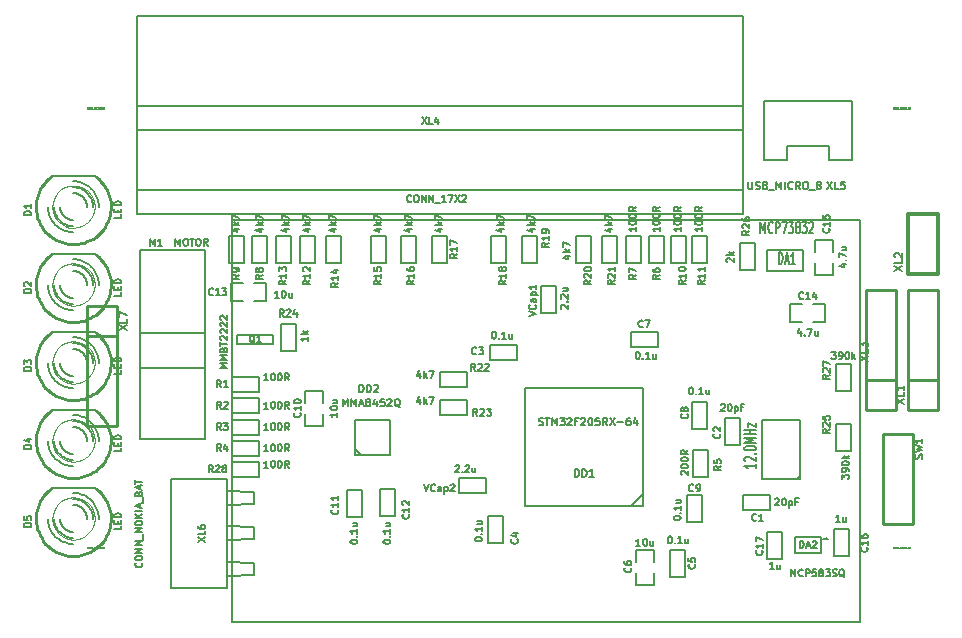
<source format=gto>
G04 (created by PCBNEW-RS274X (2012-01-19 BZR 3256)-stable) date 16/02/2013 19:01:43*
G01*
G70*
G90*
%MOIN*%
G04 Gerber Fmt 3.4, Leading zero omitted, Abs format*
%FSLAX34Y34*%
G04 APERTURE LIST*
%ADD10C,0.006000*%
%ADD11C,0.005000*%
%ADD12C,0.010000*%
%ADD13C,0.012000*%
%ADD14C,0.007900*%
%ADD15C,0.005900*%
%ADD16C,0.008000*%
%ADD17C,0.003000*%
%ADD18C,0.006300*%
%ADD19C,0.000100*%
G04 APERTURE END LIST*
G54D10*
G54D11*
X64095Y-28897D02*
X62638Y-28897D01*
X62638Y-28897D02*
X62638Y-30866D01*
X62638Y-30866D02*
X63386Y-30866D01*
X63386Y-30866D02*
X63386Y-30393D01*
X63386Y-30393D02*
X64804Y-30393D01*
X64804Y-30393D02*
X64804Y-30866D01*
X64804Y-30866D02*
X65552Y-30866D01*
X65552Y-30866D02*
X65552Y-28897D01*
X65552Y-28897D02*
X64095Y-28897D01*
X63936Y-33852D02*
X63936Y-34552D01*
X63936Y-34552D02*
X62736Y-34552D01*
X62736Y-34552D02*
X62736Y-33852D01*
X62736Y-33852D02*
X63936Y-33852D01*
X45069Y-36700D02*
X46269Y-36700D01*
X46269Y-36700D02*
X46269Y-37000D01*
X46269Y-37000D02*
X45069Y-37000D01*
X45069Y-37000D02*
X45069Y-36700D01*
G54D12*
X66035Y-38205D02*
X67035Y-38205D01*
X66035Y-39205D02*
X66035Y-35205D01*
X66035Y-35205D02*
X67035Y-35205D01*
X67035Y-35205D02*
X67035Y-39205D01*
X67035Y-39205D02*
X66035Y-39205D01*
X67413Y-38205D02*
X68413Y-38205D01*
X67413Y-39205D02*
X67413Y-35205D01*
X67413Y-35205D02*
X68413Y-35205D01*
X68413Y-35205D02*
X68413Y-39205D01*
X68413Y-39205D02*
X67413Y-39205D01*
G54D13*
X68413Y-34661D02*
X67413Y-34661D01*
X67413Y-34661D02*
X67413Y-32661D01*
X67413Y-32661D02*
X68413Y-32661D01*
X68413Y-32661D02*
X68413Y-34661D01*
G54D14*
X64606Y-43504D02*
X64744Y-43504D01*
X64744Y-43504D02*
X64704Y-43465D01*
X64094Y-43445D02*
X64527Y-43445D01*
X64527Y-43445D02*
X64527Y-43957D01*
X64527Y-43957D02*
X63661Y-43957D01*
X63661Y-43957D02*
X63661Y-43445D01*
X63661Y-43445D02*
X64094Y-43445D01*
G54D11*
X44904Y-38096D02*
X45804Y-38096D01*
X45804Y-38096D02*
X45804Y-38596D01*
X45804Y-38596D02*
X44904Y-38596D01*
X44904Y-38596D02*
X44904Y-38096D01*
X47660Y-33408D02*
X47660Y-34308D01*
X47660Y-34308D02*
X47160Y-34308D01*
X47160Y-34308D02*
X47160Y-33408D01*
X47160Y-33408D02*
X47660Y-33408D01*
X60222Y-34308D02*
X60222Y-33408D01*
X60222Y-33408D02*
X60722Y-33408D01*
X60722Y-33408D02*
X60722Y-34308D01*
X60722Y-34308D02*
X60222Y-34308D01*
X59513Y-34308D02*
X59513Y-33408D01*
X59513Y-33408D02*
X60013Y-33408D01*
X60013Y-33408D02*
X60013Y-34308D01*
X60013Y-34308D02*
X59513Y-34308D01*
X45289Y-33408D02*
X45289Y-34308D01*
X45289Y-34308D02*
X44789Y-34308D01*
X44789Y-34308D02*
X44789Y-33408D01*
X44789Y-33408D02*
X45289Y-33408D01*
X46077Y-33408D02*
X46077Y-34308D01*
X46077Y-34308D02*
X45577Y-34308D01*
X45577Y-34308D02*
X45577Y-33408D01*
X45577Y-33408D02*
X46077Y-33408D01*
X58018Y-34308D02*
X58018Y-33408D01*
X58018Y-33408D02*
X58518Y-33408D01*
X58518Y-33408D02*
X58518Y-34308D01*
X58518Y-34308D02*
X58018Y-34308D01*
X48518Y-33408D02*
X48518Y-34308D01*
X48518Y-34308D02*
X48018Y-34308D01*
X48018Y-34308D02*
X48018Y-33408D01*
X48018Y-33408D02*
X48518Y-33408D01*
X44904Y-38805D02*
X45804Y-38805D01*
X45804Y-38805D02*
X45804Y-39305D01*
X45804Y-39305D02*
X44904Y-39305D01*
X44904Y-39305D02*
X44904Y-38805D01*
X44904Y-39514D02*
X45804Y-39514D01*
X45804Y-39514D02*
X45804Y-40014D01*
X45804Y-40014D02*
X44904Y-40014D01*
X44904Y-40014D02*
X44904Y-39514D01*
X44904Y-40222D02*
X45804Y-40222D01*
X45804Y-40222D02*
X45804Y-40722D01*
X45804Y-40722D02*
X44904Y-40722D01*
X44904Y-40722D02*
X44904Y-40222D01*
X60274Y-41433D02*
X60274Y-40533D01*
X60274Y-40533D02*
X60774Y-40533D01*
X60774Y-40533D02*
X60774Y-41433D01*
X60774Y-41433D02*
X60274Y-41433D01*
X58805Y-34308D02*
X58805Y-33408D01*
X58805Y-33408D02*
X59305Y-33408D01*
X59305Y-33408D02*
X59305Y-34308D01*
X59305Y-34308D02*
X58805Y-34308D01*
X56864Y-33408D02*
X56864Y-34308D01*
X56864Y-34308D02*
X56364Y-34308D01*
X56364Y-34308D02*
X56364Y-33408D01*
X56364Y-33408D02*
X56864Y-33408D01*
X65027Y-38577D02*
X65027Y-37677D01*
X65027Y-37677D02*
X65527Y-37677D01*
X65527Y-37677D02*
X65527Y-38577D01*
X65527Y-38577D02*
X65027Y-38577D01*
X62316Y-33614D02*
X62316Y-34514D01*
X62316Y-34514D02*
X61816Y-34514D01*
X61816Y-34514D02*
X61816Y-33614D01*
X61816Y-33614D02*
X62316Y-33614D01*
X65024Y-40558D02*
X65024Y-39658D01*
X65024Y-39658D02*
X65524Y-39658D01*
X65524Y-39658D02*
X65524Y-40558D01*
X65524Y-40558D02*
X65024Y-40558D01*
X46522Y-37222D02*
X46522Y-36322D01*
X46522Y-36322D02*
X47022Y-36322D01*
X47022Y-36322D02*
X47022Y-37222D01*
X47022Y-37222D02*
X46522Y-37222D01*
X52723Y-39360D02*
X51823Y-39360D01*
X51823Y-39360D02*
X51823Y-38860D01*
X51823Y-38860D02*
X52723Y-38860D01*
X52723Y-38860D02*
X52723Y-39360D01*
X52740Y-38421D02*
X51840Y-38421D01*
X51840Y-38421D02*
X51840Y-37921D01*
X51840Y-37921D02*
X52740Y-37921D01*
X52740Y-37921D02*
X52740Y-38421D01*
X57730Y-33408D02*
X57730Y-34308D01*
X57730Y-34308D02*
X57230Y-34308D01*
X57230Y-34308D02*
X57230Y-33408D01*
X57230Y-33408D02*
X57730Y-33408D01*
X46876Y-33408D02*
X46876Y-34308D01*
X46876Y-34308D02*
X46376Y-34308D01*
X46376Y-34308D02*
X46376Y-33408D01*
X46376Y-33408D02*
X46876Y-33408D01*
X55053Y-33408D02*
X55053Y-34308D01*
X55053Y-34308D02*
X54553Y-34308D01*
X54553Y-34308D02*
X54553Y-33408D01*
X54553Y-33408D02*
X55053Y-33408D01*
X54030Y-33408D02*
X54030Y-34308D01*
X54030Y-34308D02*
X53530Y-34308D01*
X53530Y-34308D02*
X53530Y-33408D01*
X53530Y-33408D02*
X54030Y-33408D01*
X52061Y-33408D02*
X52061Y-34308D01*
X52061Y-34308D02*
X51561Y-34308D01*
X51561Y-34308D02*
X51561Y-33408D01*
X51561Y-33408D02*
X52061Y-33408D01*
X51037Y-33408D02*
X51037Y-34308D01*
X51037Y-34308D02*
X50537Y-34308D01*
X50537Y-34308D02*
X50537Y-33408D01*
X50537Y-33408D02*
X51037Y-33408D01*
X50014Y-33408D02*
X50014Y-34308D01*
X50014Y-34308D02*
X49514Y-34308D01*
X49514Y-34308D02*
X49514Y-33408D01*
X49514Y-33408D02*
X50014Y-33408D01*
G54D15*
X48992Y-40506D02*
X49189Y-40703D01*
X48992Y-39521D02*
X50174Y-39521D01*
X50174Y-39521D02*
X50174Y-40703D01*
X50174Y-40703D02*
X48992Y-40703D01*
X48992Y-40703D02*
X48992Y-39521D01*
X41830Y-36614D02*
X43996Y-36614D01*
X41830Y-37795D02*
X43996Y-37795D01*
X41830Y-40158D02*
X41830Y-33858D01*
X41830Y-33858D02*
X43996Y-33858D01*
X43996Y-33858D02*
X43996Y-40158D01*
X43996Y-40158D02*
X41830Y-40158D01*
X58600Y-42009D02*
X58206Y-42403D01*
X58600Y-42403D02*
X54662Y-42403D01*
X54662Y-42403D02*
X54662Y-38465D01*
X54662Y-38465D02*
X58600Y-38465D01*
X58600Y-38465D02*
X58600Y-42403D01*
X63738Y-41493D02*
X63837Y-41395D01*
X62577Y-39525D02*
X63837Y-39525D01*
X63837Y-39525D02*
X63837Y-41493D01*
X63837Y-41493D02*
X62577Y-41493D01*
X62577Y-41493D02*
X62577Y-39525D01*
X44881Y-46260D02*
X44881Y-32874D01*
X44881Y-32874D02*
X65826Y-32874D01*
X65826Y-32874D02*
X65826Y-46260D01*
X65826Y-46260D02*
X44881Y-46260D01*
X44724Y-41890D02*
X45630Y-41929D01*
X45630Y-41929D02*
X45630Y-42323D01*
X45630Y-42323D02*
X44724Y-42362D01*
X45630Y-44685D02*
X44724Y-44724D01*
X45630Y-44291D02*
X45630Y-44685D01*
X44724Y-44252D02*
X45630Y-44291D01*
X44724Y-43071D02*
X45630Y-43110D01*
X45630Y-43110D02*
X45630Y-43504D01*
X45630Y-43504D02*
X44724Y-43543D01*
X44724Y-41496D02*
X44724Y-45118D01*
X44724Y-45118D02*
X42874Y-45118D01*
X42874Y-45118D02*
X42874Y-41496D01*
X42874Y-41496D02*
X44724Y-41496D01*
X41711Y-29066D02*
X61911Y-29066D01*
X61911Y-31866D02*
X61911Y-32666D01*
X61911Y-32666D02*
X41711Y-32666D01*
X41711Y-32666D02*
X41711Y-31866D01*
X60311Y-29866D02*
X61911Y-29866D01*
X43311Y-29866D02*
X41711Y-29866D01*
X60311Y-31866D02*
X61911Y-31866D01*
X61911Y-31866D02*
X61911Y-26066D01*
X61911Y-26066D02*
X41711Y-26066D01*
X41711Y-26066D02*
X41711Y-31866D01*
X41711Y-31866D02*
X43311Y-31866D01*
X43311Y-29866D02*
X60311Y-29866D01*
X60311Y-31866D02*
X43311Y-31866D01*
G54D11*
X64318Y-33922D02*
X64318Y-33522D01*
X64318Y-33522D02*
X64918Y-33522D01*
X64918Y-33522D02*
X64918Y-33922D01*
X64918Y-34284D02*
X64918Y-34684D01*
X64918Y-34684D02*
X64318Y-34684D01*
X64318Y-34684D02*
X64318Y-34284D01*
X63909Y-36254D02*
X63509Y-36254D01*
X63509Y-36254D02*
X63509Y-35654D01*
X63509Y-35654D02*
X63909Y-35654D01*
X64271Y-35654D02*
X64671Y-35654D01*
X64671Y-35654D02*
X64671Y-36254D01*
X64671Y-36254D02*
X64271Y-36254D01*
X45252Y-35576D02*
X44852Y-35576D01*
X44852Y-35576D02*
X44852Y-34976D01*
X44852Y-34976D02*
X45252Y-34976D01*
X45614Y-34976D02*
X46014Y-34976D01*
X46014Y-34976D02*
X46014Y-35576D01*
X46014Y-35576D02*
X45614Y-35576D01*
X47938Y-39315D02*
X47938Y-39715D01*
X47938Y-39715D02*
X47338Y-39715D01*
X47338Y-39715D02*
X47338Y-39315D01*
X47338Y-38953D02*
X47338Y-38553D01*
X47338Y-38553D02*
X47938Y-38553D01*
X47938Y-38553D02*
X47938Y-38953D01*
X58353Y-44271D02*
X58353Y-43871D01*
X58353Y-43871D02*
X58953Y-43871D01*
X58953Y-43871D02*
X58953Y-44271D01*
X58953Y-44633D02*
X58953Y-45033D01*
X58953Y-45033D02*
X58353Y-45033D01*
X58353Y-45033D02*
X58353Y-44633D01*
X58198Y-36596D02*
X59098Y-36596D01*
X59098Y-36596D02*
X59098Y-37096D01*
X59098Y-37096D02*
X58198Y-37096D01*
X58198Y-37096D02*
X58198Y-36596D01*
X62841Y-42541D02*
X61941Y-42541D01*
X61941Y-42541D02*
X61941Y-42041D01*
X61941Y-42041D02*
X62841Y-42041D01*
X62841Y-42041D02*
X62841Y-42541D01*
X61325Y-40371D02*
X61325Y-39471D01*
X61325Y-39471D02*
X61825Y-39471D01*
X61825Y-39471D02*
X61825Y-40371D01*
X61825Y-40371D02*
X61325Y-40371D01*
X54387Y-37529D02*
X53487Y-37529D01*
X53487Y-37529D02*
X53487Y-37029D01*
X53487Y-37029D02*
X54387Y-37029D01*
X54387Y-37029D02*
X54387Y-37529D01*
X53935Y-42737D02*
X53935Y-43637D01*
X53935Y-43637D02*
X53435Y-43637D01*
X53435Y-43637D02*
X53435Y-42737D01*
X53435Y-42737D02*
X53935Y-42737D01*
X59993Y-43875D02*
X59993Y-44775D01*
X59993Y-44775D02*
X59493Y-44775D01*
X59493Y-44775D02*
X59493Y-43875D01*
X59493Y-43875D02*
X59993Y-43875D01*
X53362Y-41972D02*
X52462Y-41972D01*
X52462Y-41972D02*
X52462Y-41472D01*
X52462Y-41472D02*
X53362Y-41472D01*
X53362Y-41472D02*
X53362Y-41972D01*
X55183Y-35964D02*
X55183Y-35064D01*
X55183Y-35064D02*
X55683Y-35064D01*
X55683Y-35064D02*
X55683Y-35964D01*
X55683Y-35964D02*
X55183Y-35964D01*
X62742Y-44151D02*
X62742Y-43251D01*
X62742Y-43251D02*
X63242Y-43251D01*
X63242Y-43251D02*
X63242Y-44151D01*
X63242Y-44151D02*
X62742Y-44151D01*
X60734Y-38935D02*
X60734Y-39835D01*
X60734Y-39835D02*
X60234Y-39835D01*
X60234Y-39835D02*
X60234Y-38935D01*
X60234Y-38935D02*
X60734Y-38935D01*
X60553Y-42030D02*
X60553Y-42930D01*
X60553Y-42930D02*
X60053Y-42930D01*
X60053Y-42930D02*
X60053Y-42030D01*
X60053Y-42030D02*
X60553Y-42030D01*
X49218Y-41853D02*
X49218Y-42753D01*
X49218Y-42753D02*
X48718Y-42753D01*
X48718Y-42753D02*
X48718Y-41853D01*
X48718Y-41853D02*
X49218Y-41853D01*
X50329Y-41833D02*
X50329Y-42733D01*
X50329Y-42733D02*
X49829Y-42733D01*
X49829Y-42733D02*
X49829Y-41833D01*
X49829Y-41833D02*
X50329Y-41833D01*
X65447Y-43172D02*
X65447Y-44072D01*
X65447Y-44072D02*
X64947Y-44072D01*
X64947Y-44072D02*
X64947Y-43172D01*
X64947Y-43172D02*
X65447Y-43172D01*
X44904Y-40931D02*
X45804Y-40931D01*
X45804Y-40931D02*
X45804Y-41431D01*
X45804Y-41431D02*
X44904Y-41431D01*
X44904Y-41431D02*
X44904Y-40931D01*
G54D12*
X67608Y-39986D02*
X67608Y-42986D01*
X67608Y-42986D02*
X66608Y-42986D01*
X66608Y-42986D02*
X66608Y-39986D01*
X66608Y-39986D02*
X67608Y-39986D01*
X41051Y-36717D02*
X40051Y-36717D01*
X41051Y-35717D02*
X41051Y-39717D01*
X41051Y-39717D02*
X40051Y-39717D01*
X40051Y-39717D02*
X40051Y-35717D01*
X40051Y-35717D02*
X41051Y-35717D01*
G54D16*
X40356Y-31400D02*
X38856Y-31400D01*
G54D17*
X40313Y-32420D02*
X40299Y-32557D01*
X40259Y-32689D01*
X40194Y-32811D01*
X40107Y-32918D01*
X40001Y-33006D01*
X39879Y-33071D01*
X39748Y-33112D01*
X39610Y-33126D01*
X39474Y-33114D01*
X39342Y-33075D01*
X39219Y-33011D01*
X39112Y-32925D01*
X39023Y-32819D01*
X38957Y-32698D01*
X38915Y-32566D01*
X38900Y-32429D01*
X38911Y-32293D01*
X38949Y-32160D01*
X39012Y-32038D01*
X39098Y-31929D01*
X39203Y-31840D01*
X39323Y-31773D01*
X39455Y-31730D01*
X39592Y-31714D01*
X39728Y-31724D01*
X39861Y-31761D01*
X39984Y-31824D01*
X40093Y-31909D01*
X40183Y-32013D01*
X40251Y-32133D01*
X40295Y-32264D01*
X40312Y-32401D01*
X40313Y-32420D01*
G54D12*
X38856Y-31421D02*
X38772Y-31490D01*
X38694Y-31566D01*
X38623Y-31649D01*
X38559Y-31738D01*
X38504Y-31832D01*
X38457Y-31930D01*
X38418Y-32032D01*
X38389Y-32137D01*
X38369Y-32244D01*
X38358Y-32353D01*
X38357Y-32461D01*
X38366Y-32570D01*
X38383Y-32677D01*
X38410Y-32783D01*
X38447Y-32886D01*
X38492Y-32985D01*
X38545Y-33080D01*
X38607Y-33170D01*
X38676Y-33254D01*
X38752Y-33332D01*
X38835Y-33403D01*
X38924Y-33467D01*
X39018Y-33522D01*
X39116Y-33569D01*
X39218Y-33608D01*
X39323Y-33637D01*
X39430Y-33657D01*
X39539Y-33668D01*
X39647Y-33669D01*
X39756Y-33660D01*
X39863Y-33643D01*
X39969Y-33616D01*
X40072Y-33579D01*
X40171Y-33534D01*
X40266Y-33481D01*
X40356Y-33419D01*
X40440Y-33350D01*
X40518Y-33274D01*
X40589Y-33191D01*
X40653Y-33102D01*
X40708Y-33008D01*
X40755Y-32910D01*
X40794Y-32808D01*
X40823Y-32703D01*
X40843Y-32596D01*
X40854Y-32487D01*
X40855Y-32379D01*
X40846Y-32270D01*
X40829Y-32163D01*
X40802Y-32057D01*
X40765Y-31954D01*
X40720Y-31855D01*
X40667Y-31760D01*
X40605Y-31670D01*
X40536Y-31586D01*
X40460Y-31508D01*
X40377Y-31437D01*
X40356Y-31421D01*
G54D10*
X39156Y-32420D02*
X39158Y-32459D01*
X39163Y-32498D01*
X39172Y-32536D01*
X39184Y-32573D01*
X39199Y-32610D01*
X39217Y-32644D01*
X39238Y-32678D01*
X39262Y-32709D01*
X39288Y-32738D01*
X39317Y-32764D01*
X39348Y-32788D01*
X39382Y-32809D01*
X39416Y-32827D01*
X39453Y-32842D01*
X39490Y-32854D01*
X39528Y-32863D01*
X39567Y-32868D01*
X39606Y-32870D01*
X40056Y-32420D02*
X40054Y-32381D01*
X40049Y-32342D01*
X40040Y-32304D01*
X40028Y-32267D01*
X40013Y-32230D01*
X39995Y-32196D01*
X39974Y-32162D01*
X39950Y-32131D01*
X39924Y-32102D01*
X39895Y-32076D01*
X39864Y-32052D01*
X39831Y-32031D01*
X39796Y-32013D01*
X39759Y-31998D01*
X39722Y-31986D01*
X39684Y-31977D01*
X39645Y-31972D01*
X39606Y-31970D01*
X38956Y-32420D02*
X38959Y-32476D01*
X38966Y-32532D01*
X38979Y-32588D01*
X38996Y-32642D01*
X39017Y-32694D01*
X39044Y-32744D01*
X39074Y-32792D01*
X39109Y-32837D01*
X39147Y-32879D01*
X39189Y-32917D01*
X39234Y-32952D01*
X39282Y-32982D01*
X39332Y-33009D01*
X39384Y-33030D01*
X39438Y-33047D01*
X39494Y-33060D01*
X39550Y-33067D01*
X39606Y-33070D01*
X40256Y-32420D02*
X40253Y-32364D01*
X40246Y-32308D01*
X40233Y-32252D01*
X40216Y-32198D01*
X40195Y-32146D01*
X40168Y-32096D01*
X40138Y-32048D01*
X40103Y-32003D01*
X40065Y-31961D01*
X40023Y-31923D01*
X39978Y-31888D01*
X39931Y-31858D01*
X39880Y-31831D01*
X39828Y-31810D01*
X39774Y-31793D01*
X39718Y-31780D01*
X39662Y-31773D01*
X39606Y-31770D01*
X38756Y-32420D02*
X38760Y-32494D01*
X38769Y-32567D01*
X38785Y-32639D01*
X38808Y-32710D01*
X38836Y-32779D01*
X38870Y-32844D01*
X38910Y-32907D01*
X38955Y-32966D01*
X39005Y-33021D01*
X39060Y-33071D01*
X39119Y-33116D01*
X39182Y-33156D01*
X39247Y-33190D01*
X39316Y-33218D01*
X39387Y-33241D01*
X39459Y-33257D01*
X39532Y-33266D01*
X39606Y-33270D01*
X40456Y-32420D02*
X40452Y-32346D01*
X40443Y-32273D01*
X40427Y-32201D01*
X40404Y-32130D01*
X40376Y-32061D01*
X40342Y-31996D01*
X40302Y-31933D01*
X40257Y-31874D01*
X40207Y-31819D01*
X40152Y-31769D01*
X40093Y-31724D01*
X40031Y-31684D01*
X39965Y-31650D01*
X39896Y-31622D01*
X39825Y-31599D01*
X39753Y-31583D01*
X39680Y-31574D01*
X39606Y-31570D01*
G54D16*
X40356Y-33998D02*
X38856Y-33998D01*
G54D17*
X40313Y-35018D02*
X40299Y-35155D01*
X40259Y-35287D01*
X40194Y-35409D01*
X40107Y-35516D01*
X40001Y-35604D01*
X39879Y-35669D01*
X39748Y-35710D01*
X39610Y-35724D01*
X39474Y-35712D01*
X39342Y-35673D01*
X39219Y-35609D01*
X39112Y-35523D01*
X39023Y-35417D01*
X38957Y-35296D01*
X38915Y-35164D01*
X38900Y-35027D01*
X38911Y-34891D01*
X38949Y-34758D01*
X39012Y-34636D01*
X39098Y-34527D01*
X39203Y-34438D01*
X39323Y-34371D01*
X39455Y-34328D01*
X39592Y-34312D01*
X39728Y-34322D01*
X39861Y-34359D01*
X39984Y-34422D01*
X40093Y-34507D01*
X40183Y-34611D01*
X40251Y-34731D01*
X40295Y-34862D01*
X40312Y-34999D01*
X40313Y-35018D01*
G54D12*
X38856Y-34019D02*
X38772Y-34088D01*
X38694Y-34164D01*
X38623Y-34247D01*
X38559Y-34336D01*
X38504Y-34430D01*
X38457Y-34528D01*
X38418Y-34630D01*
X38389Y-34735D01*
X38369Y-34842D01*
X38358Y-34951D01*
X38357Y-35059D01*
X38366Y-35168D01*
X38383Y-35275D01*
X38410Y-35381D01*
X38447Y-35484D01*
X38492Y-35583D01*
X38545Y-35678D01*
X38607Y-35768D01*
X38676Y-35852D01*
X38752Y-35930D01*
X38835Y-36001D01*
X38924Y-36065D01*
X39018Y-36120D01*
X39116Y-36167D01*
X39218Y-36206D01*
X39323Y-36235D01*
X39430Y-36255D01*
X39539Y-36266D01*
X39647Y-36267D01*
X39756Y-36258D01*
X39863Y-36241D01*
X39969Y-36214D01*
X40072Y-36177D01*
X40171Y-36132D01*
X40266Y-36079D01*
X40356Y-36017D01*
X40440Y-35948D01*
X40518Y-35872D01*
X40589Y-35789D01*
X40653Y-35700D01*
X40708Y-35606D01*
X40755Y-35508D01*
X40794Y-35406D01*
X40823Y-35301D01*
X40843Y-35194D01*
X40854Y-35085D01*
X40855Y-34977D01*
X40846Y-34868D01*
X40829Y-34761D01*
X40802Y-34655D01*
X40765Y-34552D01*
X40720Y-34453D01*
X40667Y-34358D01*
X40605Y-34268D01*
X40536Y-34184D01*
X40460Y-34106D01*
X40377Y-34035D01*
X40356Y-34019D01*
G54D10*
X39156Y-35018D02*
X39158Y-35057D01*
X39163Y-35096D01*
X39172Y-35134D01*
X39184Y-35171D01*
X39199Y-35208D01*
X39217Y-35242D01*
X39238Y-35276D01*
X39262Y-35307D01*
X39288Y-35336D01*
X39317Y-35362D01*
X39348Y-35386D01*
X39382Y-35407D01*
X39416Y-35425D01*
X39453Y-35440D01*
X39490Y-35452D01*
X39528Y-35461D01*
X39567Y-35466D01*
X39606Y-35468D01*
X40056Y-35018D02*
X40054Y-34979D01*
X40049Y-34940D01*
X40040Y-34902D01*
X40028Y-34865D01*
X40013Y-34828D01*
X39995Y-34794D01*
X39974Y-34760D01*
X39950Y-34729D01*
X39924Y-34700D01*
X39895Y-34674D01*
X39864Y-34650D01*
X39831Y-34629D01*
X39796Y-34611D01*
X39759Y-34596D01*
X39722Y-34584D01*
X39684Y-34575D01*
X39645Y-34570D01*
X39606Y-34568D01*
X38956Y-35018D02*
X38959Y-35074D01*
X38966Y-35130D01*
X38979Y-35186D01*
X38996Y-35240D01*
X39017Y-35292D01*
X39044Y-35342D01*
X39074Y-35390D01*
X39109Y-35435D01*
X39147Y-35477D01*
X39189Y-35515D01*
X39234Y-35550D01*
X39282Y-35580D01*
X39332Y-35607D01*
X39384Y-35628D01*
X39438Y-35645D01*
X39494Y-35658D01*
X39550Y-35665D01*
X39606Y-35668D01*
X40256Y-35018D02*
X40253Y-34962D01*
X40246Y-34906D01*
X40233Y-34850D01*
X40216Y-34796D01*
X40195Y-34744D01*
X40168Y-34694D01*
X40138Y-34646D01*
X40103Y-34601D01*
X40065Y-34559D01*
X40023Y-34521D01*
X39978Y-34486D01*
X39931Y-34456D01*
X39880Y-34429D01*
X39828Y-34408D01*
X39774Y-34391D01*
X39718Y-34378D01*
X39662Y-34371D01*
X39606Y-34368D01*
X38756Y-35018D02*
X38760Y-35092D01*
X38769Y-35165D01*
X38785Y-35237D01*
X38808Y-35308D01*
X38836Y-35377D01*
X38870Y-35442D01*
X38910Y-35505D01*
X38955Y-35564D01*
X39005Y-35619D01*
X39060Y-35669D01*
X39119Y-35714D01*
X39182Y-35754D01*
X39247Y-35788D01*
X39316Y-35816D01*
X39387Y-35839D01*
X39459Y-35855D01*
X39532Y-35864D01*
X39606Y-35868D01*
X40456Y-35018D02*
X40452Y-34944D01*
X40443Y-34871D01*
X40427Y-34799D01*
X40404Y-34728D01*
X40376Y-34659D01*
X40342Y-34594D01*
X40302Y-34531D01*
X40257Y-34472D01*
X40207Y-34417D01*
X40152Y-34367D01*
X40093Y-34322D01*
X40031Y-34282D01*
X39965Y-34248D01*
X39896Y-34220D01*
X39825Y-34197D01*
X39753Y-34181D01*
X39680Y-34172D01*
X39606Y-34168D01*
G54D16*
X40356Y-36597D02*
X38856Y-36597D01*
G54D17*
X40313Y-37617D02*
X40299Y-37754D01*
X40259Y-37886D01*
X40194Y-38008D01*
X40107Y-38115D01*
X40001Y-38203D01*
X39879Y-38268D01*
X39748Y-38309D01*
X39610Y-38323D01*
X39474Y-38311D01*
X39342Y-38272D01*
X39219Y-38208D01*
X39112Y-38122D01*
X39023Y-38016D01*
X38957Y-37895D01*
X38915Y-37763D01*
X38900Y-37626D01*
X38911Y-37490D01*
X38949Y-37357D01*
X39012Y-37235D01*
X39098Y-37126D01*
X39203Y-37037D01*
X39323Y-36970D01*
X39455Y-36927D01*
X39592Y-36911D01*
X39728Y-36921D01*
X39861Y-36958D01*
X39984Y-37021D01*
X40093Y-37106D01*
X40183Y-37210D01*
X40251Y-37330D01*
X40295Y-37461D01*
X40312Y-37598D01*
X40313Y-37617D01*
G54D12*
X38856Y-36618D02*
X38772Y-36687D01*
X38694Y-36763D01*
X38623Y-36846D01*
X38559Y-36935D01*
X38504Y-37029D01*
X38457Y-37127D01*
X38418Y-37229D01*
X38389Y-37334D01*
X38369Y-37441D01*
X38358Y-37550D01*
X38357Y-37658D01*
X38366Y-37767D01*
X38383Y-37874D01*
X38410Y-37980D01*
X38447Y-38083D01*
X38492Y-38182D01*
X38545Y-38277D01*
X38607Y-38367D01*
X38676Y-38451D01*
X38752Y-38529D01*
X38835Y-38600D01*
X38924Y-38664D01*
X39018Y-38719D01*
X39116Y-38766D01*
X39218Y-38805D01*
X39323Y-38834D01*
X39430Y-38854D01*
X39539Y-38865D01*
X39647Y-38866D01*
X39756Y-38857D01*
X39863Y-38840D01*
X39969Y-38813D01*
X40072Y-38776D01*
X40171Y-38731D01*
X40266Y-38678D01*
X40356Y-38616D01*
X40440Y-38547D01*
X40518Y-38471D01*
X40589Y-38388D01*
X40653Y-38299D01*
X40708Y-38205D01*
X40755Y-38107D01*
X40794Y-38005D01*
X40823Y-37900D01*
X40843Y-37793D01*
X40854Y-37684D01*
X40855Y-37576D01*
X40846Y-37467D01*
X40829Y-37360D01*
X40802Y-37254D01*
X40765Y-37151D01*
X40720Y-37052D01*
X40667Y-36957D01*
X40605Y-36867D01*
X40536Y-36783D01*
X40460Y-36705D01*
X40377Y-36634D01*
X40356Y-36618D01*
G54D10*
X39156Y-37617D02*
X39158Y-37656D01*
X39163Y-37695D01*
X39172Y-37733D01*
X39184Y-37770D01*
X39199Y-37807D01*
X39217Y-37841D01*
X39238Y-37875D01*
X39262Y-37906D01*
X39288Y-37935D01*
X39317Y-37961D01*
X39348Y-37985D01*
X39382Y-38006D01*
X39416Y-38024D01*
X39453Y-38039D01*
X39490Y-38051D01*
X39528Y-38060D01*
X39567Y-38065D01*
X39606Y-38067D01*
X40056Y-37617D02*
X40054Y-37578D01*
X40049Y-37539D01*
X40040Y-37501D01*
X40028Y-37464D01*
X40013Y-37427D01*
X39995Y-37393D01*
X39974Y-37359D01*
X39950Y-37328D01*
X39924Y-37299D01*
X39895Y-37273D01*
X39864Y-37249D01*
X39831Y-37228D01*
X39796Y-37210D01*
X39759Y-37195D01*
X39722Y-37183D01*
X39684Y-37174D01*
X39645Y-37169D01*
X39606Y-37167D01*
X38956Y-37617D02*
X38959Y-37673D01*
X38966Y-37729D01*
X38979Y-37785D01*
X38996Y-37839D01*
X39017Y-37891D01*
X39044Y-37941D01*
X39074Y-37989D01*
X39109Y-38034D01*
X39147Y-38076D01*
X39189Y-38114D01*
X39234Y-38149D01*
X39282Y-38179D01*
X39332Y-38206D01*
X39384Y-38227D01*
X39438Y-38244D01*
X39494Y-38257D01*
X39550Y-38264D01*
X39606Y-38267D01*
X40256Y-37617D02*
X40253Y-37561D01*
X40246Y-37505D01*
X40233Y-37449D01*
X40216Y-37395D01*
X40195Y-37343D01*
X40168Y-37293D01*
X40138Y-37245D01*
X40103Y-37200D01*
X40065Y-37158D01*
X40023Y-37120D01*
X39978Y-37085D01*
X39931Y-37055D01*
X39880Y-37028D01*
X39828Y-37007D01*
X39774Y-36990D01*
X39718Y-36977D01*
X39662Y-36970D01*
X39606Y-36967D01*
X38756Y-37617D02*
X38760Y-37691D01*
X38769Y-37764D01*
X38785Y-37836D01*
X38808Y-37907D01*
X38836Y-37976D01*
X38870Y-38041D01*
X38910Y-38104D01*
X38955Y-38163D01*
X39005Y-38218D01*
X39060Y-38268D01*
X39119Y-38313D01*
X39182Y-38353D01*
X39247Y-38387D01*
X39316Y-38415D01*
X39387Y-38438D01*
X39459Y-38454D01*
X39532Y-38463D01*
X39606Y-38467D01*
X40456Y-37617D02*
X40452Y-37543D01*
X40443Y-37470D01*
X40427Y-37398D01*
X40404Y-37327D01*
X40376Y-37258D01*
X40342Y-37193D01*
X40302Y-37130D01*
X40257Y-37071D01*
X40207Y-37016D01*
X40152Y-36966D01*
X40093Y-36921D01*
X40031Y-36881D01*
X39965Y-36847D01*
X39896Y-36819D01*
X39825Y-36796D01*
X39753Y-36780D01*
X39680Y-36771D01*
X39606Y-36767D01*
G54D16*
X40356Y-39195D02*
X38856Y-39195D01*
G54D17*
X40313Y-40215D02*
X40299Y-40352D01*
X40259Y-40484D01*
X40194Y-40606D01*
X40107Y-40713D01*
X40001Y-40801D01*
X39879Y-40866D01*
X39748Y-40907D01*
X39610Y-40921D01*
X39474Y-40909D01*
X39342Y-40870D01*
X39219Y-40806D01*
X39112Y-40720D01*
X39023Y-40614D01*
X38957Y-40493D01*
X38915Y-40361D01*
X38900Y-40224D01*
X38911Y-40088D01*
X38949Y-39955D01*
X39012Y-39833D01*
X39098Y-39724D01*
X39203Y-39635D01*
X39323Y-39568D01*
X39455Y-39525D01*
X39592Y-39509D01*
X39728Y-39519D01*
X39861Y-39556D01*
X39984Y-39619D01*
X40093Y-39704D01*
X40183Y-39808D01*
X40251Y-39928D01*
X40295Y-40059D01*
X40312Y-40196D01*
X40313Y-40215D01*
G54D12*
X38856Y-39216D02*
X38772Y-39285D01*
X38694Y-39361D01*
X38623Y-39444D01*
X38559Y-39533D01*
X38504Y-39627D01*
X38457Y-39725D01*
X38418Y-39827D01*
X38389Y-39932D01*
X38369Y-40039D01*
X38358Y-40148D01*
X38357Y-40256D01*
X38366Y-40365D01*
X38383Y-40472D01*
X38410Y-40578D01*
X38447Y-40681D01*
X38492Y-40780D01*
X38545Y-40875D01*
X38607Y-40965D01*
X38676Y-41049D01*
X38752Y-41127D01*
X38835Y-41198D01*
X38924Y-41262D01*
X39018Y-41317D01*
X39116Y-41364D01*
X39218Y-41403D01*
X39323Y-41432D01*
X39430Y-41452D01*
X39539Y-41463D01*
X39647Y-41464D01*
X39756Y-41455D01*
X39863Y-41438D01*
X39969Y-41411D01*
X40072Y-41374D01*
X40171Y-41329D01*
X40266Y-41276D01*
X40356Y-41214D01*
X40440Y-41145D01*
X40518Y-41069D01*
X40589Y-40986D01*
X40653Y-40897D01*
X40708Y-40803D01*
X40755Y-40705D01*
X40794Y-40603D01*
X40823Y-40498D01*
X40843Y-40391D01*
X40854Y-40282D01*
X40855Y-40174D01*
X40846Y-40065D01*
X40829Y-39958D01*
X40802Y-39852D01*
X40765Y-39749D01*
X40720Y-39650D01*
X40667Y-39555D01*
X40605Y-39465D01*
X40536Y-39381D01*
X40460Y-39303D01*
X40377Y-39232D01*
X40356Y-39216D01*
G54D10*
X39156Y-40215D02*
X39158Y-40254D01*
X39163Y-40293D01*
X39172Y-40331D01*
X39184Y-40368D01*
X39199Y-40405D01*
X39217Y-40439D01*
X39238Y-40473D01*
X39262Y-40504D01*
X39288Y-40533D01*
X39317Y-40559D01*
X39348Y-40583D01*
X39382Y-40604D01*
X39416Y-40622D01*
X39453Y-40637D01*
X39490Y-40649D01*
X39528Y-40658D01*
X39567Y-40663D01*
X39606Y-40665D01*
X40056Y-40215D02*
X40054Y-40176D01*
X40049Y-40137D01*
X40040Y-40099D01*
X40028Y-40062D01*
X40013Y-40025D01*
X39995Y-39991D01*
X39974Y-39957D01*
X39950Y-39926D01*
X39924Y-39897D01*
X39895Y-39871D01*
X39864Y-39847D01*
X39831Y-39826D01*
X39796Y-39808D01*
X39759Y-39793D01*
X39722Y-39781D01*
X39684Y-39772D01*
X39645Y-39767D01*
X39606Y-39765D01*
X38956Y-40215D02*
X38959Y-40271D01*
X38966Y-40327D01*
X38979Y-40383D01*
X38996Y-40437D01*
X39017Y-40489D01*
X39044Y-40539D01*
X39074Y-40587D01*
X39109Y-40632D01*
X39147Y-40674D01*
X39189Y-40712D01*
X39234Y-40747D01*
X39282Y-40777D01*
X39332Y-40804D01*
X39384Y-40825D01*
X39438Y-40842D01*
X39494Y-40855D01*
X39550Y-40862D01*
X39606Y-40865D01*
X40256Y-40215D02*
X40253Y-40159D01*
X40246Y-40103D01*
X40233Y-40047D01*
X40216Y-39993D01*
X40195Y-39941D01*
X40168Y-39891D01*
X40138Y-39843D01*
X40103Y-39798D01*
X40065Y-39756D01*
X40023Y-39718D01*
X39978Y-39683D01*
X39931Y-39653D01*
X39880Y-39626D01*
X39828Y-39605D01*
X39774Y-39588D01*
X39718Y-39575D01*
X39662Y-39568D01*
X39606Y-39565D01*
X38756Y-40215D02*
X38760Y-40289D01*
X38769Y-40362D01*
X38785Y-40434D01*
X38808Y-40505D01*
X38836Y-40574D01*
X38870Y-40639D01*
X38910Y-40702D01*
X38955Y-40761D01*
X39005Y-40816D01*
X39060Y-40866D01*
X39119Y-40911D01*
X39182Y-40951D01*
X39247Y-40985D01*
X39316Y-41013D01*
X39387Y-41036D01*
X39459Y-41052D01*
X39532Y-41061D01*
X39606Y-41065D01*
X40456Y-40215D02*
X40452Y-40141D01*
X40443Y-40068D01*
X40427Y-39996D01*
X40404Y-39925D01*
X40376Y-39856D01*
X40342Y-39791D01*
X40302Y-39728D01*
X40257Y-39669D01*
X40207Y-39614D01*
X40152Y-39564D01*
X40093Y-39519D01*
X40031Y-39479D01*
X39965Y-39445D01*
X39896Y-39417D01*
X39825Y-39394D01*
X39753Y-39378D01*
X39680Y-39369D01*
X39606Y-39365D01*
G54D16*
X40356Y-41793D02*
X38856Y-41793D01*
G54D17*
X40313Y-42813D02*
X40299Y-42950D01*
X40259Y-43082D01*
X40194Y-43204D01*
X40107Y-43311D01*
X40001Y-43399D01*
X39879Y-43464D01*
X39748Y-43505D01*
X39610Y-43519D01*
X39474Y-43507D01*
X39342Y-43468D01*
X39219Y-43404D01*
X39112Y-43318D01*
X39023Y-43212D01*
X38957Y-43091D01*
X38915Y-42959D01*
X38900Y-42822D01*
X38911Y-42686D01*
X38949Y-42553D01*
X39012Y-42431D01*
X39098Y-42322D01*
X39203Y-42233D01*
X39323Y-42166D01*
X39455Y-42123D01*
X39592Y-42107D01*
X39728Y-42117D01*
X39861Y-42154D01*
X39984Y-42217D01*
X40093Y-42302D01*
X40183Y-42406D01*
X40251Y-42526D01*
X40295Y-42657D01*
X40312Y-42794D01*
X40313Y-42813D01*
G54D12*
X38856Y-41814D02*
X38772Y-41883D01*
X38694Y-41959D01*
X38623Y-42042D01*
X38559Y-42131D01*
X38504Y-42225D01*
X38457Y-42323D01*
X38418Y-42425D01*
X38389Y-42530D01*
X38369Y-42637D01*
X38358Y-42746D01*
X38357Y-42854D01*
X38366Y-42963D01*
X38383Y-43070D01*
X38410Y-43176D01*
X38447Y-43279D01*
X38492Y-43378D01*
X38545Y-43473D01*
X38607Y-43563D01*
X38676Y-43647D01*
X38752Y-43725D01*
X38835Y-43796D01*
X38924Y-43860D01*
X39018Y-43915D01*
X39116Y-43962D01*
X39218Y-44001D01*
X39323Y-44030D01*
X39430Y-44050D01*
X39539Y-44061D01*
X39647Y-44062D01*
X39756Y-44053D01*
X39863Y-44036D01*
X39969Y-44009D01*
X40072Y-43972D01*
X40171Y-43927D01*
X40266Y-43874D01*
X40356Y-43812D01*
X40440Y-43743D01*
X40518Y-43667D01*
X40589Y-43584D01*
X40653Y-43495D01*
X40708Y-43401D01*
X40755Y-43303D01*
X40794Y-43201D01*
X40823Y-43096D01*
X40843Y-42989D01*
X40854Y-42880D01*
X40855Y-42772D01*
X40846Y-42663D01*
X40829Y-42556D01*
X40802Y-42450D01*
X40765Y-42347D01*
X40720Y-42248D01*
X40667Y-42153D01*
X40605Y-42063D01*
X40536Y-41979D01*
X40460Y-41901D01*
X40377Y-41830D01*
X40356Y-41814D01*
G54D10*
X39156Y-42813D02*
X39158Y-42852D01*
X39163Y-42891D01*
X39172Y-42929D01*
X39184Y-42966D01*
X39199Y-43003D01*
X39217Y-43037D01*
X39238Y-43071D01*
X39262Y-43102D01*
X39288Y-43131D01*
X39317Y-43157D01*
X39348Y-43181D01*
X39382Y-43202D01*
X39416Y-43220D01*
X39453Y-43235D01*
X39490Y-43247D01*
X39528Y-43256D01*
X39567Y-43261D01*
X39606Y-43263D01*
X40056Y-42813D02*
X40054Y-42774D01*
X40049Y-42735D01*
X40040Y-42697D01*
X40028Y-42660D01*
X40013Y-42623D01*
X39995Y-42589D01*
X39974Y-42555D01*
X39950Y-42524D01*
X39924Y-42495D01*
X39895Y-42469D01*
X39864Y-42445D01*
X39831Y-42424D01*
X39796Y-42406D01*
X39759Y-42391D01*
X39722Y-42379D01*
X39684Y-42370D01*
X39645Y-42365D01*
X39606Y-42363D01*
X38956Y-42813D02*
X38959Y-42869D01*
X38966Y-42925D01*
X38979Y-42981D01*
X38996Y-43035D01*
X39017Y-43087D01*
X39044Y-43137D01*
X39074Y-43185D01*
X39109Y-43230D01*
X39147Y-43272D01*
X39189Y-43310D01*
X39234Y-43345D01*
X39282Y-43375D01*
X39332Y-43402D01*
X39384Y-43423D01*
X39438Y-43440D01*
X39494Y-43453D01*
X39550Y-43460D01*
X39606Y-43463D01*
X40256Y-42813D02*
X40253Y-42757D01*
X40246Y-42701D01*
X40233Y-42645D01*
X40216Y-42591D01*
X40195Y-42539D01*
X40168Y-42489D01*
X40138Y-42441D01*
X40103Y-42396D01*
X40065Y-42354D01*
X40023Y-42316D01*
X39978Y-42281D01*
X39931Y-42251D01*
X39880Y-42224D01*
X39828Y-42203D01*
X39774Y-42186D01*
X39718Y-42173D01*
X39662Y-42166D01*
X39606Y-42163D01*
X38756Y-42813D02*
X38760Y-42887D01*
X38769Y-42960D01*
X38785Y-43032D01*
X38808Y-43103D01*
X38836Y-43172D01*
X38870Y-43237D01*
X38910Y-43300D01*
X38955Y-43359D01*
X39005Y-43414D01*
X39060Y-43464D01*
X39119Y-43509D01*
X39182Y-43549D01*
X39247Y-43583D01*
X39316Y-43611D01*
X39387Y-43634D01*
X39459Y-43650D01*
X39532Y-43659D01*
X39606Y-43663D01*
X40456Y-42813D02*
X40452Y-42739D01*
X40443Y-42666D01*
X40427Y-42594D01*
X40404Y-42523D01*
X40376Y-42454D01*
X40342Y-42389D01*
X40302Y-42326D01*
X40257Y-42267D01*
X40207Y-42212D01*
X40152Y-42162D01*
X40093Y-42117D01*
X40031Y-42077D01*
X39965Y-42043D01*
X39896Y-42015D01*
X39825Y-41992D01*
X39753Y-41976D01*
X39680Y-41967D01*
X39606Y-41963D01*
G54D18*
X64736Y-31583D02*
X64902Y-31833D01*
X64902Y-31583D02*
X64736Y-31833D01*
X65117Y-31833D02*
X64998Y-31833D01*
X64998Y-31583D01*
X65319Y-31583D02*
X65200Y-31583D01*
X65188Y-31702D01*
X65200Y-31690D01*
X65223Y-31678D01*
X65283Y-31678D01*
X65307Y-31690D01*
X65319Y-31702D01*
X65330Y-31726D01*
X65330Y-31786D01*
X65319Y-31809D01*
X65307Y-31821D01*
X65283Y-31833D01*
X65223Y-31833D01*
X65200Y-31821D01*
X65188Y-31809D01*
X62094Y-31583D02*
X62094Y-31786D01*
X62105Y-31809D01*
X62117Y-31821D01*
X62141Y-31833D01*
X62189Y-31833D01*
X62213Y-31821D01*
X62224Y-31809D01*
X62236Y-31786D01*
X62236Y-31583D01*
X62344Y-31821D02*
X62379Y-31833D01*
X62439Y-31833D01*
X62463Y-31821D01*
X62475Y-31809D01*
X62486Y-31786D01*
X62486Y-31762D01*
X62475Y-31738D01*
X62463Y-31726D01*
X62439Y-31714D01*
X62391Y-31702D01*
X62367Y-31690D01*
X62356Y-31678D01*
X62344Y-31655D01*
X62344Y-31631D01*
X62356Y-31607D01*
X62367Y-31595D01*
X62391Y-31583D01*
X62451Y-31583D01*
X62486Y-31595D01*
X62677Y-31702D02*
X62713Y-31714D01*
X62724Y-31726D01*
X62736Y-31750D01*
X62736Y-31786D01*
X62724Y-31809D01*
X62713Y-31821D01*
X62689Y-31833D01*
X62594Y-31833D01*
X62594Y-31583D01*
X62677Y-31583D01*
X62701Y-31595D01*
X62713Y-31607D01*
X62724Y-31631D01*
X62724Y-31655D01*
X62713Y-31678D01*
X62701Y-31690D01*
X62677Y-31702D01*
X62594Y-31702D01*
X62784Y-31857D02*
X62974Y-31857D01*
X63034Y-31833D02*
X63034Y-31583D01*
X63117Y-31762D01*
X63200Y-31583D01*
X63200Y-31833D01*
X63320Y-31833D02*
X63320Y-31583D01*
X63581Y-31809D02*
X63569Y-31821D01*
X63534Y-31833D01*
X63510Y-31833D01*
X63474Y-31821D01*
X63450Y-31797D01*
X63439Y-31774D01*
X63427Y-31726D01*
X63427Y-31690D01*
X63439Y-31643D01*
X63450Y-31619D01*
X63474Y-31595D01*
X63510Y-31583D01*
X63534Y-31583D01*
X63569Y-31595D01*
X63581Y-31607D01*
X63831Y-31833D02*
X63748Y-31714D01*
X63689Y-31833D02*
X63689Y-31583D01*
X63784Y-31583D01*
X63808Y-31595D01*
X63819Y-31607D01*
X63831Y-31631D01*
X63831Y-31667D01*
X63819Y-31690D01*
X63808Y-31702D01*
X63784Y-31714D01*
X63689Y-31714D01*
X63986Y-31583D02*
X64034Y-31583D01*
X64058Y-31595D01*
X64081Y-31619D01*
X64093Y-31667D01*
X64093Y-31750D01*
X64081Y-31797D01*
X64058Y-31821D01*
X64034Y-31833D01*
X63986Y-31833D01*
X63962Y-31821D01*
X63939Y-31797D01*
X63927Y-31750D01*
X63927Y-31667D01*
X63939Y-31619D01*
X63962Y-31595D01*
X63986Y-31583D01*
X64141Y-31857D02*
X64331Y-31857D01*
X64474Y-31702D02*
X64510Y-31714D01*
X64521Y-31726D01*
X64533Y-31750D01*
X64533Y-31786D01*
X64521Y-31809D01*
X64510Y-31821D01*
X64486Y-31833D01*
X64391Y-31833D01*
X64391Y-31583D01*
X64474Y-31583D01*
X64498Y-31595D01*
X64510Y-31607D01*
X64521Y-31631D01*
X64521Y-31655D01*
X64510Y-31678D01*
X64498Y-31690D01*
X64474Y-31702D01*
X64391Y-31702D01*
G54D15*
X63111Y-34332D02*
X63111Y-33938D01*
X63167Y-33938D01*
X63201Y-33957D01*
X63224Y-33995D01*
X63235Y-34032D01*
X63246Y-34107D01*
X63246Y-34164D01*
X63235Y-34239D01*
X63224Y-34276D01*
X63201Y-34314D01*
X63167Y-34332D01*
X63111Y-34332D01*
X63336Y-34220D02*
X63448Y-34220D01*
X63313Y-34332D02*
X63392Y-33938D01*
X63471Y-34332D01*
X63673Y-34332D02*
X63538Y-34332D01*
X63605Y-34332D02*
X63605Y-33938D01*
X63583Y-33995D01*
X63560Y-34032D01*
X63538Y-34051D01*
X62509Y-33309D02*
X62509Y-32915D01*
X62588Y-33197D01*
X62667Y-32915D01*
X62667Y-33309D01*
X62914Y-33272D02*
X62903Y-33291D01*
X62869Y-33309D01*
X62847Y-33309D01*
X62813Y-33291D01*
X62790Y-33253D01*
X62779Y-33216D01*
X62768Y-33141D01*
X62768Y-33084D01*
X62779Y-33009D01*
X62790Y-32972D01*
X62813Y-32934D01*
X62847Y-32915D01*
X62869Y-32915D01*
X62903Y-32934D01*
X62914Y-32953D01*
X63015Y-33309D02*
X63015Y-32915D01*
X63105Y-32915D01*
X63128Y-32934D01*
X63139Y-32953D01*
X63150Y-32991D01*
X63150Y-33047D01*
X63139Y-33084D01*
X63128Y-33103D01*
X63105Y-33122D01*
X63015Y-33122D01*
X63229Y-32915D02*
X63386Y-32915D01*
X63285Y-33309D01*
X63454Y-32915D02*
X63600Y-32915D01*
X63521Y-33066D01*
X63555Y-33066D01*
X63577Y-33084D01*
X63589Y-33103D01*
X63600Y-33141D01*
X63600Y-33234D01*
X63589Y-33272D01*
X63577Y-33291D01*
X63555Y-33309D01*
X63487Y-33309D01*
X63465Y-33291D01*
X63454Y-33272D01*
X63735Y-33084D02*
X63712Y-33066D01*
X63701Y-33047D01*
X63690Y-33009D01*
X63690Y-32991D01*
X63701Y-32953D01*
X63712Y-32934D01*
X63735Y-32915D01*
X63780Y-32915D01*
X63802Y-32934D01*
X63814Y-32953D01*
X63825Y-32991D01*
X63825Y-33009D01*
X63814Y-33047D01*
X63802Y-33066D01*
X63780Y-33084D01*
X63735Y-33084D01*
X63712Y-33103D01*
X63701Y-33122D01*
X63690Y-33159D01*
X63690Y-33234D01*
X63701Y-33272D01*
X63712Y-33291D01*
X63735Y-33309D01*
X63780Y-33309D01*
X63802Y-33291D01*
X63814Y-33272D01*
X63825Y-33234D01*
X63825Y-33159D01*
X63814Y-33122D01*
X63802Y-33103D01*
X63780Y-33084D01*
X63904Y-32915D02*
X64050Y-32915D01*
X63971Y-33066D01*
X64005Y-33066D01*
X64027Y-33084D01*
X64039Y-33103D01*
X64050Y-33141D01*
X64050Y-33234D01*
X64039Y-33272D01*
X64027Y-33291D01*
X64005Y-33309D01*
X63937Y-33309D01*
X63915Y-33291D01*
X63904Y-33272D01*
X64140Y-32953D02*
X64151Y-32934D01*
X64174Y-32915D01*
X64230Y-32915D01*
X64252Y-32934D01*
X64264Y-32953D01*
X64275Y-32991D01*
X64275Y-33028D01*
X64264Y-33084D01*
X64129Y-33309D01*
X64275Y-33309D01*
X45647Y-36968D02*
X45624Y-36957D01*
X45602Y-36934D01*
X45568Y-36901D01*
X45545Y-36889D01*
X45523Y-36889D01*
X45534Y-36946D02*
X45512Y-36934D01*
X45489Y-36912D01*
X45478Y-36867D01*
X45478Y-36788D01*
X45489Y-36743D01*
X45512Y-36721D01*
X45534Y-36710D01*
X45579Y-36710D01*
X45602Y-36721D01*
X45624Y-36743D01*
X45635Y-36788D01*
X45635Y-36867D01*
X45624Y-36912D01*
X45602Y-36934D01*
X45579Y-36946D01*
X45534Y-36946D01*
X45860Y-36946D02*
X45725Y-36946D01*
X45792Y-36946D02*
X45792Y-36710D01*
X45770Y-36743D01*
X45747Y-36766D01*
X45725Y-36777D01*
X44742Y-37801D02*
X44506Y-37801D01*
X44674Y-37722D01*
X44506Y-37643D01*
X44742Y-37643D01*
X44742Y-37531D02*
X44506Y-37531D01*
X44674Y-37452D01*
X44506Y-37373D01*
X44742Y-37373D01*
X44618Y-37182D02*
X44629Y-37148D01*
X44640Y-37137D01*
X44663Y-37126D01*
X44697Y-37126D01*
X44719Y-37137D01*
X44730Y-37148D01*
X44742Y-37171D01*
X44742Y-37261D01*
X44506Y-37261D01*
X44506Y-37182D01*
X44517Y-37160D01*
X44528Y-37148D01*
X44550Y-37137D01*
X44573Y-37137D01*
X44595Y-37148D01*
X44607Y-37160D01*
X44618Y-37182D01*
X44618Y-37261D01*
X44506Y-37059D02*
X44506Y-36924D01*
X44742Y-36991D02*
X44506Y-36991D01*
X44528Y-36856D02*
X44517Y-36845D01*
X44506Y-36822D01*
X44506Y-36766D01*
X44517Y-36744D01*
X44528Y-36732D01*
X44550Y-36721D01*
X44573Y-36721D01*
X44607Y-36732D01*
X44742Y-36867D01*
X44742Y-36721D01*
X44528Y-36631D02*
X44517Y-36620D01*
X44506Y-36597D01*
X44506Y-36541D01*
X44517Y-36519D01*
X44528Y-36507D01*
X44550Y-36496D01*
X44573Y-36496D01*
X44607Y-36507D01*
X44742Y-36642D01*
X44742Y-36496D01*
X44528Y-36406D02*
X44517Y-36395D01*
X44506Y-36372D01*
X44506Y-36316D01*
X44517Y-36294D01*
X44528Y-36282D01*
X44550Y-36271D01*
X44573Y-36271D01*
X44607Y-36282D01*
X44742Y-36417D01*
X44742Y-36271D01*
X44528Y-36181D02*
X44517Y-36170D01*
X44506Y-36147D01*
X44506Y-36091D01*
X44517Y-36069D01*
X44528Y-36057D01*
X44550Y-36046D01*
X44573Y-36046D01*
X44607Y-36057D01*
X44742Y-36192D01*
X44742Y-36046D01*
G54D18*
X65835Y-37547D02*
X66085Y-37381D01*
X65835Y-37381D02*
X66085Y-37547D01*
X66085Y-37166D02*
X66085Y-37285D01*
X65835Y-37285D01*
X65835Y-37107D02*
X65835Y-36953D01*
X65930Y-37036D01*
X65930Y-37000D01*
X65942Y-36976D01*
X65954Y-36964D01*
X65978Y-36953D01*
X66038Y-36953D01*
X66061Y-36964D01*
X66073Y-36976D01*
X66085Y-37000D01*
X66085Y-37072D01*
X66073Y-37095D01*
X66061Y-37107D01*
X67036Y-38984D02*
X67286Y-38818D01*
X67036Y-38818D02*
X67286Y-38984D01*
X67286Y-38603D02*
X67286Y-38722D01*
X67036Y-38722D01*
X67286Y-38390D02*
X67286Y-38532D01*
X67286Y-38461D02*
X67036Y-38461D01*
X67072Y-38485D01*
X67096Y-38509D01*
X67108Y-38532D01*
X66977Y-34555D02*
X67227Y-34389D01*
X66977Y-34389D02*
X67227Y-34555D01*
X67227Y-34174D02*
X67227Y-34293D01*
X66977Y-34293D01*
X67001Y-34103D02*
X66989Y-34091D01*
X66977Y-34068D01*
X66977Y-34008D01*
X66989Y-33984D01*
X67001Y-33972D01*
X67025Y-33961D01*
X67049Y-33961D01*
X67084Y-33972D01*
X67227Y-34115D01*
X67227Y-33961D01*
G54D15*
X63819Y-43797D02*
X63819Y-43561D01*
X63875Y-43561D01*
X63909Y-43572D01*
X63932Y-43594D01*
X63943Y-43617D01*
X63954Y-43662D01*
X63954Y-43695D01*
X63943Y-43740D01*
X63932Y-43763D01*
X63909Y-43785D01*
X63875Y-43797D01*
X63819Y-43797D01*
X64044Y-43729D02*
X64156Y-43729D01*
X64021Y-43797D02*
X64100Y-43561D01*
X64179Y-43797D01*
X64246Y-43583D02*
X64257Y-43572D01*
X64280Y-43561D01*
X64336Y-43561D01*
X64358Y-43572D01*
X64370Y-43583D01*
X64381Y-43605D01*
X64381Y-43628D01*
X64370Y-43662D01*
X64235Y-43797D01*
X64381Y-43797D01*
X63532Y-44742D02*
X63532Y-44506D01*
X63667Y-44742D01*
X63667Y-44506D01*
X63914Y-44719D02*
X63903Y-44730D01*
X63869Y-44742D01*
X63847Y-44742D01*
X63813Y-44730D01*
X63790Y-44708D01*
X63779Y-44685D01*
X63768Y-44640D01*
X63768Y-44607D01*
X63779Y-44562D01*
X63790Y-44539D01*
X63813Y-44517D01*
X63847Y-44506D01*
X63869Y-44506D01*
X63903Y-44517D01*
X63914Y-44528D01*
X64015Y-44742D02*
X64015Y-44506D01*
X64105Y-44506D01*
X64128Y-44517D01*
X64139Y-44528D01*
X64150Y-44550D01*
X64150Y-44584D01*
X64139Y-44607D01*
X64128Y-44618D01*
X64105Y-44629D01*
X64015Y-44629D01*
X64364Y-44506D02*
X64251Y-44506D01*
X64240Y-44618D01*
X64251Y-44607D01*
X64274Y-44595D01*
X64330Y-44595D01*
X64352Y-44607D01*
X64364Y-44618D01*
X64375Y-44640D01*
X64375Y-44697D01*
X64364Y-44719D01*
X64352Y-44730D01*
X64330Y-44742D01*
X64274Y-44742D01*
X64251Y-44730D01*
X64240Y-44719D01*
X64510Y-44607D02*
X64487Y-44595D01*
X64476Y-44584D01*
X64465Y-44562D01*
X64465Y-44550D01*
X64476Y-44528D01*
X64487Y-44517D01*
X64510Y-44506D01*
X64555Y-44506D01*
X64577Y-44517D01*
X64589Y-44528D01*
X64600Y-44550D01*
X64600Y-44562D01*
X64589Y-44584D01*
X64577Y-44595D01*
X64555Y-44607D01*
X64510Y-44607D01*
X64487Y-44618D01*
X64476Y-44629D01*
X64465Y-44652D01*
X64465Y-44697D01*
X64476Y-44719D01*
X64487Y-44730D01*
X64510Y-44742D01*
X64555Y-44742D01*
X64577Y-44730D01*
X64589Y-44719D01*
X64600Y-44697D01*
X64600Y-44652D01*
X64589Y-44629D01*
X64577Y-44618D01*
X64555Y-44607D01*
X64679Y-44506D02*
X64825Y-44506D01*
X64746Y-44595D01*
X64780Y-44595D01*
X64802Y-44607D01*
X64814Y-44618D01*
X64825Y-44640D01*
X64825Y-44697D01*
X64814Y-44719D01*
X64802Y-44730D01*
X64780Y-44742D01*
X64712Y-44742D01*
X64690Y-44730D01*
X64679Y-44719D01*
X64915Y-44730D02*
X64949Y-44742D01*
X65005Y-44742D01*
X65027Y-44730D01*
X65039Y-44719D01*
X65050Y-44697D01*
X65050Y-44674D01*
X65039Y-44652D01*
X65027Y-44640D01*
X65005Y-44629D01*
X64960Y-44618D01*
X64937Y-44607D01*
X64926Y-44595D01*
X64915Y-44573D01*
X64915Y-44550D01*
X64926Y-44528D01*
X64937Y-44517D01*
X64960Y-44506D01*
X65016Y-44506D01*
X65050Y-44517D01*
X65309Y-44764D02*
X65286Y-44753D01*
X65264Y-44730D01*
X65230Y-44697D01*
X65207Y-44685D01*
X65185Y-44685D01*
X65196Y-44742D02*
X65174Y-44730D01*
X65151Y-44708D01*
X65140Y-44663D01*
X65140Y-44584D01*
X65151Y-44539D01*
X65174Y-44517D01*
X65196Y-44506D01*
X65241Y-44506D01*
X65264Y-44517D01*
X65286Y-44539D01*
X65297Y-44584D01*
X65297Y-44663D01*
X65286Y-44708D01*
X65264Y-44730D01*
X65241Y-44742D01*
X65196Y-44742D01*
X44528Y-38442D02*
X44449Y-38329D01*
X44393Y-38442D02*
X44393Y-38206D01*
X44483Y-38206D01*
X44506Y-38217D01*
X44517Y-38228D01*
X44528Y-38250D01*
X44528Y-38284D01*
X44517Y-38307D01*
X44506Y-38318D01*
X44483Y-38329D01*
X44393Y-38329D01*
X44753Y-38442D02*
X44618Y-38442D01*
X44685Y-38442D02*
X44685Y-38206D01*
X44663Y-38239D01*
X44640Y-38262D01*
X44618Y-38273D01*
X46103Y-38206D02*
X45968Y-38206D01*
X46035Y-38206D02*
X46035Y-37970D01*
X46013Y-38003D01*
X45990Y-38026D01*
X45968Y-38037D01*
X46249Y-37970D02*
X46272Y-37970D01*
X46294Y-37981D01*
X46305Y-37992D01*
X46317Y-38014D01*
X46328Y-38059D01*
X46328Y-38116D01*
X46317Y-38161D01*
X46305Y-38183D01*
X46294Y-38194D01*
X46272Y-38206D01*
X46249Y-38206D01*
X46227Y-38194D01*
X46215Y-38183D01*
X46204Y-38161D01*
X46193Y-38116D01*
X46193Y-38059D01*
X46204Y-38014D01*
X46215Y-37992D01*
X46227Y-37981D01*
X46249Y-37970D01*
X46474Y-37970D02*
X46497Y-37970D01*
X46519Y-37981D01*
X46530Y-37992D01*
X46542Y-38014D01*
X46553Y-38059D01*
X46553Y-38116D01*
X46542Y-38161D01*
X46530Y-38183D01*
X46519Y-38194D01*
X46497Y-38206D01*
X46474Y-38206D01*
X46452Y-38194D01*
X46440Y-38183D01*
X46429Y-38161D01*
X46418Y-38116D01*
X46418Y-38059D01*
X46429Y-38014D01*
X46440Y-37992D01*
X46452Y-37981D01*
X46474Y-37970D01*
X46789Y-38206D02*
X46710Y-38093D01*
X46654Y-38206D02*
X46654Y-37970D01*
X46744Y-37970D01*
X46767Y-37981D01*
X46778Y-37992D01*
X46789Y-38014D01*
X46789Y-38048D01*
X46778Y-38071D01*
X46767Y-38082D01*
X46744Y-38093D01*
X46654Y-38093D01*
X47498Y-34876D02*
X47385Y-34955D01*
X47498Y-35011D02*
X47262Y-35011D01*
X47262Y-34921D01*
X47273Y-34898D01*
X47284Y-34887D01*
X47306Y-34876D01*
X47340Y-34876D01*
X47363Y-34887D01*
X47374Y-34898D01*
X47385Y-34921D01*
X47385Y-35011D01*
X47498Y-34651D02*
X47498Y-34786D01*
X47498Y-34719D02*
X47262Y-34719D01*
X47295Y-34741D01*
X47318Y-34764D01*
X47329Y-34786D01*
X47284Y-34561D02*
X47273Y-34550D01*
X47262Y-34527D01*
X47262Y-34471D01*
X47273Y-34449D01*
X47284Y-34437D01*
X47306Y-34426D01*
X47329Y-34426D01*
X47363Y-34437D01*
X47498Y-34572D01*
X47498Y-34426D01*
X47340Y-33155D02*
X47498Y-33155D01*
X47250Y-33211D02*
X47419Y-33267D01*
X47419Y-33121D01*
X47498Y-33031D02*
X47262Y-33031D01*
X47408Y-33008D02*
X47498Y-32941D01*
X47340Y-32941D02*
X47430Y-33031D01*
X47262Y-32862D02*
X47262Y-32705D01*
X47498Y-32806D01*
X60647Y-34876D02*
X60534Y-34955D01*
X60647Y-35011D02*
X60411Y-35011D01*
X60411Y-34921D01*
X60422Y-34898D01*
X60433Y-34887D01*
X60455Y-34876D01*
X60489Y-34876D01*
X60512Y-34887D01*
X60523Y-34898D01*
X60534Y-34921D01*
X60534Y-35011D01*
X60647Y-34651D02*
X60647Y-34786D01*
X60647Y-34719D02*
X60411Y-34719D01*
X60444Y-34741D01*
X60467Y-34764D01*
X60478Y-34786D01*
X60647Y-34426D02*
X60647Y-34561D01*
X60647Y-34494D02*
X60411Y-34494D01*
X60444Y-34516D01*
X60467Y-34539D01*
X60478Y-34561D01*
X60568Y-33110D02*
X60568Y-33245D01*
X60568Y-33178D02*
X60332Y-33178D01*
X60365Y-33200D01*
X60388Y-33223D01*
X60399Y-33245D01*
X60332Y-32964D02*
X60332Y-32941D01*
X60343Y-32919D01*
X60354Y-32908D01*
X60376Y-32896D01*
X60421Y-32885D01*
X60478Y-32885D01*
X60523Y-32896D01*
X60545Y-32908D01*
X60556Y-32919D01*
X60568Y-32941D01*
X60568Y-32964D01*
X60556Y-32986D01*
X60545Y-32998D01*
X60523Y-33009D01*
X60478Y-33020D01*
X60421Y-33020D01*
X60376Y-33009D01*
X60354Y-32998D01*
X60343Y-32986D01*
X60332Y-32964D01*
X60332Y-32739D02*
X60332Y-32716D01*
X60343Y-32694D01*
X60354Y-32683D01*
X60376Y-32671D01*
X60421Y-32660D01*
X60478Y-32660D01*
X60523Y-32671D01*
X60545Y-32683D01*
X60556Y-32694D01*
X60568Y-32716D01*
X60568Y-32739D01*
X60556Y-32761D01*
X60545Y-32773D01*
X60523Y-32784D01*
X60478Y-32795D01*
X60421Y-32795D01*
X60376Y-32784D01*
X60354Y-32773D01*
X60343Y-32761D01*
X60332Y-32739D01*
X60568Y-32424D02*
X60455Y-32503D01*
X60568Y-32559D02*
X60332Y-32559D01*
X60332Y-32469D01*
X60343Y-32446D01*
X60354Y-32435D01*
X60376Y-32424D01*
X60410Y-32424D01*
X60433Y-32435D01*
X60444Y-32446D01*
X60455Y-32469D01*
X60455Y-32559D01*
X60017Y-34876D02*
X59904Y-34955D01*
X60017Y-35011D02*
X59781Y-35011D01*
X59781Y-34921D01*
X59792Y-34898D01*
X59803Y-34887D01*
X59825Y-34876D01*
X59859Y-34876D01*
X59882Y-34887D01*
X59893Y-34898D01*
X59904Y-34921D01*
X59904Y-35011D01*
X60017Y-34651D02*
X60017Y-34786D01*
X60017Y-34719D02*
X59781Y-34719D01*
X59814Y-34741D01*
X59837Y-34764D01*
X59848Y-34786D01*
X59781Y-34505D02*
X59781Y-34482D01*
X59792Y-34460D01*
X59803Y-34449D01*
X59825Y-34437D01*
X59870Y-34426D01*
X59927Y-34426D01*
X59972Y-34437D01*
X59994Y-34449D01*
X60005Y-34460D01*
X60017Y-34482D01*
X60017Y-34505D01*
X60005Y-34527D01*
X59994Y-34539D01*
X59972Y-34550D01*
X59927Y-34561D01*
X59870Y-34561D01*
X59825Y-34550D01*
X59803Y-34539D01*
X59792Y-34527D01*
X59781Y-34505D01*
X59860Y-33110D02*
X59860Y-33245D01*
X59860Y-33178D02*
X59624Y-33178D01*
X59657Y-33200D01*
X59680Y-33223D01*
X59691Y-33245D01*
X59624Y-32964D02*
X59624Y-32941D01*
X59635Y-32919D01*
X59646Y-32908D01*
X59668Y-32896D01*
X59713Y-32885D01*
X59770Y-32885D01*
X59815Y-32896D01*
X59837Y-32908D01*
X59848Y-32919D01*
X59860Y-32941D01*
X59860Y-32964D01*
X59848Y-32986D01*
X59837Y-32998D01*
X59815Y-33009D01*
X59770Y-33020D01*
X59713Y-33020D01*
X59668Y-33009D01*
X59646Y-32998D01*
X59635Y-32986D01*
X59624Y-32964D01*
X59624Y-32739D02*
X59624Y-32716D01*
X59635Y-32694D01*
X59646Y-32683D01*
X59668Y-32671D01*
X59713Y-32660D01*
X59770Y-32660D01*
X59815Y-32671D01*
X59837Y-32683D01*
X59848Y-32694D01*
X59860Y-32716D01*
X59860Y-32739D01*
X59848Y-32761D01*
X59837Y-32773D01*
X59815Y-32784D01*
X59770Y-32795D01*
X59713Y-32795D01*
X59668Y-32784D01*
X59646Y-32773D01*
X59635Y-32761D01*
X59624Y-32739D01*
X59860Y-32424D02*
X59747Y-32503D01*
X59860Y-32559D02*
X59624Y-32559D01*
X59624Y-32469D01*
X59635Y-32446D01*
X59646Y-32435D01*
X59668Y-32424D01*
X59702Y-32424D01*
X59725Y-32435D01*
X59736Y-32446D01*
X59747Y-32469D01*
X59747Y-32559D01*
X45135Y-34685D02*
X45022Y-34764D01*
X45135Y-34820D02*
X44899Y-34820D01*
X44899Y-34730D01*
X44910Y-34707D01*
X44921Y-34696D01*
X44943Y-34685D01*
X44977Y-34685D01*
X45000Y-34696D01*
X45011Y-34707D01*
X45022Y-34730D01*
X45022Y-34820D01*
X45135Y-34573D02*
X45135Y-34528D01*
X45123Y-34505D01*
X45112Y-34494D01*
X45078Y-34471D01*
X45033Y-34460D01*
X44943Y-34460D01*
X44921Y-34471D01*
X44910Y-34483D01*
X44899Y-34505D01*
X44899Y-34550D01*
X44910Y-34573D01*
X44921Y-34584D01*
X44943Y-34595D01*
X45000Y-34595D01*
X45022Y-34584D01*
X45033Y-34573D01*
X45045Y-34550D01*
X45045Y-34505D01*
X45033Y-34483D01*
X45022Y-34471D01*
X45000Y-34460D01*
X44977Y-33155D02*
X45135Y-33155D01*
X44887Y-33211D02*
X45056Y-33267D01*
X45056Y-33121D01*
X45135Y-33031D02*
X44899Y-33031D01*
X45045Y-33008D02*
X45135Y-32941D01*
X44977Y-32941D02*
X45067Y-33031D01*
X44899Y-32862D02*
X44899Y-32705D01*
X45135Y-32806D01*
X45923Y-34685D02*
X45810Y-34764D01*
X45923Y-34820D02*
X45687Y-34820D01*
X45687Y-34730D01*
X45698Y-34707D01*
X45709Y-34696D01*
X45731Y-34685D01*
X45765Y-34685D01*
X45788Y-34696D01*
X45799Y-34707D01*
X45810Y-34730D01*
X45810Y-34820D01*
X45788Y-34550D02*
X45776Y-34573D01*
X45765Y-34584D01*
X45743Y-34595D01*
X45731Y-34595D01*
X45709Y-34584D01*
X45698Y-34573D01*
X45687Y-34550D01*
X45687Y-34505D01*
X45698Y-34483D01*
X45709Y-34471D01*
X45731Y-34460D01*
X45743Y-34460D01*
X45765Y-34471D01*
X45776Y-34483D01*
X45788Y-34505D01*
X45788Y-34550D01*
X45799Y-34573D01*
X45810Y-34584D01*
X45833Y-34595D01*
X45878Y-34595D01*
X45900Y-34584D01*
X45911Y-34573D01*
X45923Y-34550D01*
X45923Y-34505D01*
X45911Y-34483D01*
X45900Y-34471D01*
X45878Y-34460D01*
X45833Y-34460D01*
X45810Y-34471D01*
X45799Y-34483D01*
X45788Y-34505D01*
X45765Y-33155D02*
X45923Y-33155D01*
X45675Y-33211D02*
X45844Y-33267D01*
X45844Y-33121D01*
X45923Y-33031D02*
X45687Y-33031D01*
X45833Y-33008D02*
X45923Y-32941D01*
X45765Y-32941D02*
X45855Y-33031D01*
X45687Y-32862D02*
X45687Y-32705D01*
X45923Y-32806D01*
X58364Y-34685D02*
X58251Y-34764D01*
X58364Y-34820D02*
X58128Y-34820D01*
X58128Y-34730D01*
X58139Y-34707D01*
X58150Y-34696D01*
X58172Y-34685D01*
X58206Y-34685D01*
X58229Y-34696D01*
X58240Y-34707D01*
X58251Y-34730D01*
X58251Y-34820D01*
X58128Y-34606D02*
X58128Y-34449D01*
X58364Y-34550D01*
X58364Y-33110D02*
X58364Y-33245D01*
X58364Y-33178D02*
X58128Y-33178D01*
X58161Y-33200D01*
X58184Y-33223D01*
X58195Y-33245D01*
X58128Y-32964D02*
X58128Y-32941D01*
X58139Y-32919D01*
X58150Y-32908D01*
X58172Y-32896D01*
X58217Y-32885D01*
X58274Y-32885D01*
X58319Y-32896D01*
X58341Y-32908D01*
X58352Y-32919D01*
X58364Y-32941D01*
X58364Y-32964D01*
X58352Y-32986D01*
X58341Y-32998D01*
X58319Y-33009D01*
X58274Y-33020D01*
X58217Y-33020D01*
X58172Y-33009D01*
X58150Y-32998D01*
X58139Y-32986D01*
X58128Y-32964D01*
X58128Y-32739D02*
X58128Y-32716D01*
X58139Y-32694D01*
X58150Y-32683D01*
X58172Y-32671D01*
X58217Y-32660D01*
X58274Y-32660D01*
X58319Y-32671D01*
X58341Y-32683D01*
X58352Y-32694D01*
X58364Y-32716D01*
X58364Y-32739D01*
X58352Y-32761D01*
X58341Y-32773D01*
X58319Y-32784D01*
X58274Y-32795D01*
X58217Y-32795D01*
X58172Y-32784D01*
X58150Y-32773D01*
X58139Y-32761D01*
X58128Y-32739D01*
X58364Y-32424D02*
X58251Y-32503D01*
X58364Y-32559D02*
X58128Y-32559D01*
X58128Y-32469D01*
X58139Y-32446D01*
X58150Y-32435D01*
X58172Y-32424D01*
X58206Y-32424D01*
X58229Y-32435D01*
X58240Y-32446D01*
X58251Y-32469D01*
X58251Y-32559D01*
X48442Y-34955D02*
X48329Y-35034D01*
X48442Y-35090D02*
X48206Y-35090D01*
X48206Y-35000D01*
X48217Y-34977D01*
X48228Y-34966D01*
X48250Y-34955D01*
X48284Y-34955D01*
X48307Y-34966D01*
X48318Y-34977D01*
X48329Y-35000D01*
X48329Y-35090D01*
X48442Y-34730D02*
X48442Y-34865D01*
X48442Y-34798D02*
X48206Y-34798D01*
X48239Y-34820D01*
X48262Y-34843D01*
X48273Y-34865D01*
X48284Y-34528D02*
X48442Y-34528D01*
X48194Y-34584D02*
X48363Y-34640D01*
X48363Y-34494D01*
X48206Y-33155D02*
X48364Y-33155D01*
X48116Y-33211D02*
X48285Y-33267D01*
X48285Y-33121D01*
X48364Y-33031D02*
X48128Y-33031D01*
X48274Y-33008D02*
X48364Y-32941D01*
X48206Y-32941D02*
X48296Y-33031D01*
X48128Y-32862D02*
X48128Y-32705D01*
X48364Y-32806D01*
X44528Y-39151D02*
X44449Y-39038D01*
X44393Y-39151D02*
X44393Y-38915D01*
X44483Y-38915D01*
X44506Y-38926D01*
X44517Y-38937D01*
X44528Y-38959D01*
X44528Y-38993D01*
X44517Y-39016D01*
X44506Y-39027D01*
X44483Y-39038D01*
X44393Y-39038D01*
X44618Y-38937D02*
X44629Y-38926D01*
X44652Y-38915D01*
X44708Y-38915D01*
X44730Y-38926D01*
X44742Y-38937D01*
X44753Y-38959D01*
X44753Y-38982D01*
X44742Y-39016D01*
X44607Y-39151D01*
X44753Y-39151D01*
X46103Y-39151D02*
X45968Y-39151D01*
X46035Y-39151D02*
X46035Y-38915D01*
X46013Y-38948D01*
X45990Y-38971D01*
X45968Y-38982D01*
X46249Y-38915D02*
X46272Y-38915D01*
X46294Y-38926D01*
X46305Y-38937D01*
X46317Y-38959D01*
X46328Y-39004D01*
X46328Y-39061D01*
X46317Y-39106D01*
X46305Y-39128D01*
X46294Y-39139D01*
X46272Y-39151D01*
X46249Y-39151D01*
X46227Y-39139D01*
X46215Y-39128D01*
X46204Y-39106D01*
X46193Y-39061D01*
X46193Y-39004D01*
X46204Y-38959D01*
X46215Y-38937D01*
X46227Y-38926D01*
X46249Y-38915D01*
X46474Y-38915D02*
X46497Y-38915D01*
X46519Y-38926D01*
X46530Y-38937D01*
X46542Y-38959D01*
X46553Y-39004D01*
X46553Y-39061D01*
X46542Y-39106D01*
X46530Y-39128D01*
X46519Y-39139D01*
X46497Y-39151D01*
X46474Y-39151D01*
X46452Y-39139D01*
X46440Y-39128D01*
X46429Y-39106D01*
X46418Y-39061D01*
X46418Y-39004D01*
X46429Y-38959D01*
X46440Y-38937D01*
X46452Y-38926D01*
X46474Y-38915D01*
X46789Y-39151D02*
X46710Y-39038D01*
X46654Y-39151D02*
X46654Y-38915D01*
X46744Y-38915D01*
X46767Y-38926D01*
X46778Y-38937D01*
X46789Y-38959D01*
X46789Y-38993D01*
X46778Y-39016D01*
X46767Y-39027D01*
X46744Y-39038D01*
X46654Y-39038D01*
X44528Y-39860D02*
X44449Y-39747D01*
X44393Y-39860D02*
X44393Y-39624D01*
X44483Y-39624D01*
X44506Y-39635D01*
X44517Y-39646D01*
X44528Y-39668D01*
X44528Y-39702D01*
X44517Y-39725D01*
X44506Y-39736D01*
X44483Y-39747D01*
X44393Y-39747D01*
X44607Y-39624D02*
X44753Y-39624D01*
X44674Y-39713D01*
X44708Y-39713D01*
X44730Y-39725D01*
X44742Y-39736D01*
X44753Y-39758D01*
X44753Y-39815D01*
X44742Y-39837D01*
X44730Y-39848D01*
X44708Y-39860D01*
X44640Y-39860D01*
X44618Y-39848D01*
X44607Y-39837D01*
X46103Y-39860D02*
X45968Y-39860D01*
X46035Y-39860D02*
X46035Y-39624D01*
X46013Y-39657D01*
X45990Y-39680D01*
X45968Y-39691D01*
X46249Y-39624D02*
X46272Y-39624D01*
X46294Y-39635D01*
X46305Y-39646D01*
X46317Y-39668D01*
X46328Y-39713D01*
X46328Y-39770D01*
X46317Y-39815D01*
X46305Y-39837D01*
X46294Y-39848D01*
X46272Y-39860D01*
X46249Y-39860D01*
X46227Y-39848D01*
X46215Y-39837D01*
X46204Y-39815D01*
X46193Y-39770D01*
X46193Y-39713D01*
X46204Y-39668D01*
X46215Y-39646D01*
X46227Y-39635D01*
X46249Y-39624D01*
X46474Y-39624D02*
X46497Y-39624D01*
X46519Y-39635D01*
X46530Y-39646D01*
X46542Y-39668D01*
X46553Y-39713D01*
X46553Y-39770D01*
X46542Y-39815D01*
X46530Y-39837D01*
X46519Y-39848D01*
X46497Y-39860D01*
X46474Y-39860D01*
X46452Y-39848D01*
X46440Y-39837D01*
X46429Y-39815D01*
X46418Y-39770D01*
X46418Y-39713D01*
X46429Y-39668D01*
X46440Y-39646D01*
X46452Y-39635D01*
X46474Y-39624D01*
X46789Y-39860D02*
X46710Y-39747D01*
X46654Y-39860D02*
X46654Y-39624D01*
X46744Y-39624D01*
X46767Y-39635D01*
X46778Y-39646D01*
X46789Y-39668D01*
X46789Y-39702D01*
X46778Y-39725D01*
X46767Y-39736D01*
X46744Y-39747D01*
X46654Y-39747D01*
X44528Y-40568D02*
X44449Y-40455D01*
X44393Y-40568D02*
X44393Y-40332D01*
X44483Y-40332D01*
X44506Y-40343D01*
X44517Y-40354D01*
X44528Y-40376D01*
X44528Y-40410D01*
X44517Y-40433D01*
X44506Y-40444D01*
X44483Y-40455D01*
X44393Y-40455D01*
X44730Y-40410D02*
X44730Y-40568D01*
X44674Y-40320D02*
X44618Y-40489D01*
X44764Y-40489D01*
X46103Y-40568D02*
X45968Y-40568D01*
X46035Y-40568D02*
X46035Y-40332D01*
X46013Y-40365D01*
X45990Y-40388D01*
X45968Y-40399D01*
X46249Y-40332D02*
X46272Y-40332D01*
X46294Y-40343D01*
X46305Y-40354D01*
X46317Y-40376D01*
X46328Y-40421D01*
X46328Y-40478D01*
X46317Y-40523D01*
X46305Y-40545D01*
X46294Y-40556D01*
X46272Y-40568D01*
X46249Y-40568D01*
X46227Y-40556D01*
X46215Y-40545D01*
X46204Y-40523D01*
X46193Y-40478D01*
X46193Y-40421D01*
X46204Y-40376D01*
X46215Y-40354D01*
X46227Y-40343D01*
X46249Y-40332D01*
X46474Y-40332D02*
X46497Y-40332D01*
X46519Y-40343D01*
X46530Y-40354D01*
X46542Y-40376D01*
X46553Y-40421D01*
X46553Y-40478D01*
X46542Y-40523D01*
X46530Y-40545D01*
X46519Y-40556D01*
X46497Y-40568D01*
X46474Y-40568D01*
X46452Y-40556D01*
X46440Y-40545D01*
X46429Y-40523D01*
X46418Y-40478D01*
X46418Y-40421D01*
X46429Y-40376D01*
X46440Y-40354D01*
X46452Y-40343D01*
X46474Y-40332D01*
X46789Y-40568D02*
X46710Y-40455D01*
X46654Y-40568D02*
X46654Y-40332D01*
X46744Y-40332D01*
X46767Y-40343D01*
X46778Y-40354D01*
X46789Y-40376D01*
X46789Y-40410D01*
X46778Y-40433D01*
X46767Y-40444D01*
X46744Y-40455D01*
X46654Y-40455D01*
X61198Y-41063D02*
X61085Y-41142D01*
X61198Y-41198D02*
X60962Y-41198D01*
X60962Y-41108D01*
X60973Y-41085D01*
X60984Y-41074D01*
X61006Y-41063D01*
X61040Y-41063D01*
X61063Y-41074D01*
X61074Y-41085D01*
X61085Y-41108D01*
X61085Y-41198D01*
X60962Y-40849D02*
X60962Y-40962D01*
X61074Y-40973D01*
X61063Y-40962D01*
X61051Y-40939D01*
X61051Y-40883D01*
X61063Y-40861D01*
X61074Y-40849D01*
X61096Y-40838D01*
X61153Y-40838D01*
X61175Y-40849D01*
X61186Y-40861D01*
X61198Y-40883D01*
X61198Y-40939D01*
X61186Y-40962D01*
X61175Y-40973D01*
X59882Y-41355D02*
X59871Y-41344D01*
X59860Y-41321D01*
X59860Y-41265D01*
X59871Y-41243D01*
X59882Y-41231D01*
X59904Y-41220D01*
X59927Y-41220D01*
X59961Y-41231D01*
X60096Y-41366D01*
X60096Y-41220D01*
X59860Y-41074D02*
X59860Y-41051D01*
X59871Y-41029D01*
X59882Y-41018D01*
X59904Y-41006D01*
X59949Y-40995D01*
X60006Y-40995D01*
X60051Y-41006D01*
X60073Y-41018D01*
X60084Y-41029D01*
X60096Y-41051D01*
X60096Y-41074D01*
X60084Y-41096D01*
X60073Y-41108D01*
X60051Y-41119D01*
X60006Y-41130D01*
X59949Y-41130D01*
X59904Y-41119D01*
X59882Y-41108D01*
X59871Y-41096D01*
X59860Y-41074D01*
X59860Y-40849D02*
X59860Y-40826D01*
X59871Y-40804D01*
X59882Y-40793D01*
X59904Y-40781D01*
X59949Y-40770D01*
X60006Y-40770D01*
X60051Y-40781D01*
X60073Y-40793D01*
X60084Y-40804D01*
X60096Y-40826D01*
X60096Y-40849D01*
X60084Y-40871D01*
X60073Y-40883D01*
X60051Y-40894D01*
X60006Y-40905D01*
X59949Y-40905D01*
X59904Y-40894D01*
X59882Y-40883D01*
X59871Y-40871D01*
X59860Y-40849D01*
X60096Y-40534D02*
X59983Y-40613D01*
X60096Y-40669D02*
X59860Y-40669D01*
X59860Y-40579D01*
X59871Y-40556D01*
X59882Y-40545D01*
X59904Y-40534D01*
X59938Y-40534D01*
X59961Y-40545D01*
X59972Y-40556D01*
X59983Y-40579D01*
X59983Y-40669D01*
X59151Y-34685D02*
X59038Y-34764D01*
X59151Y-34820D02*
X58915Y-34820D01*
X58915Y-34730D01*
X58926Y-34707D01*
X58937Y-34696D01*
X58959Y-34685D01*
X58993Y-34685D01*
X59016Y-34696D01*
X59027Y-34707D01*
X59038Y-34730D01*
X59038Y-34820D01*
X58915Y-34483D02*
X58915Y-34528D01*
X58926Y-34550D01*
X58937Y-34561D01*
X58971Y-34584D01*
X59016Y-34595D01*
X59106Y-34595D01*
X59128Y-34584D01*
X59139Y-34573D01*
X59151Y-34550D01*
X59151Y-34505D01*
X59139Y-34483D01*
X59128Y-34471D01*
X59106Y-34460D01*
X59049Y-34460D01*
X59027Y-34471D01*
X59016Y-34483D01*
X59004Y-34505D01*
X59004Y-34550D01*
X59016Y-34573D01*
X59027Y-34584D01*
X59049Y-34595D01*
X59151Y-33110D02*
X59151Y-33245D01*
X59151Y-33178D02*
X58915Y-33178D01*
X58948Y-33200D01*
X58971Y-33223D01*
X58982Y-33245D01*
X58915Y-32964D02*
X58915Y-32941D01*
X58926Y-32919D01*
X58937Y-32908D01*
X58959Y-32896D01*
X59004Y-32885D01*
X59061Y-32885D01*
X59106Y-32896D01*
X59128Y-32908D01*
X59139Y-32919D01*
X59151Y-32941D01*
X59151Y-32964D01*
X59139Y-32986D01*
X59128Y-32998D01*
X59106Y-33009D01*
X59061Y-33020D01*
X59004Y-33020D01*
X58959Y-33009D01*
X58937Y-32998D01*
X58926Y-32986D01*
X58915Y-32964D01*
X58915Y-32739D02*
X58915Y-32716D01*
X58926Y-32694D01*
X58937Y-32683D01*
X58959Y-32671D01*
X59004Y-32660D01*
X59061Y-32660D01*
X59106Y-32671D01*
X59128Y-32683D01*
X59139Y-32694D01*
X59151Y-32716D01*
X59151Y-32739D01*
X59139Y-32761D01*
X59128Y-32773D01*
X59106Y-32784D01*
X59061Y-32795D01*
X59004Y-32795D01*
X58959Y-32784D01*
X58937Y-32773D01*
X58926Y-32761D01*
X58915Y-32739D01*
X59151Y-32424D02*
X59038Y-32503D01*
X59151Y-32559D02*
X58915Y-32559D01*
X58915Y-32469D01*
X58926Y-32446D01*
X58937Y-32435D01*
X58959Y-32424D01*
X58993Y-32424D01*
X59016Y-32435D01*
X59027Y-32446D01*
X59038Y-32469D01*
X59038Y-32559D01*
X56868Y-34876D02*
X56755Y-34955D01*
X56868Y-35011D02*
X56632Y-35011D01*
X56632Y-34921D01*
X56643Y-34898D01*
X56654Y-34887D01*
X56676Y-34876D01*
X56710Y-34876D01*
X56733Y-34887D01*
X56744Y-34898D01*
X56755Y-34921D01*
X56755Y-35011D01*
X56654Y-34786D02*
X56643Y-34775D01*
X56632Y-34752D01*
X56632Y-34696D01*
X56643Y-34674D01*
X56654Y-34662D01*
X56676Y-34651D01*
X56699Y-34651D01*
X56733Y-34662D01*
X56868Y-34797D01*
X56868Y-34651D01*
X56632Y-34505D02*
X56632Y-34482D01*
X56643Y-34460D01*
X56654Y-34449D01*
X56676Y-34437D01*
X56721Y-34426D01*
X56778Y-34426D01*
X56823Y-34437D01*
X56845Y-34449D01*
X56856Y-34460D01*
X56868Y-34482D01*
X56868Y-34505D01*
X56856Y-34527D01*
X56845Y-34539D01*
X56823Y-34550D01*
X56778Y-34561D01*
X56721Y-34561D01*
X56676Y-34550D01*
X56654Y-34539D01*
X56643Y-34527D01*
X56632Y-34505D01*
X56001Y-34060D02*
X56159Y-34060D01*
X55911Y-34116D02*
X56080Y-34172D01*
X56080Y-34026D01*
X56159Y-33936D02*
X55923Y-33936D01*
X56069Y-33913D02*
X56159Y-33846D01*
X56001Y-33846D02*
X56091Y-33936D01*
X55923Y-33767D02*
X55923Y-33610D01*
X56159Y-33711D01*
X64820Y-38026D02*
X64707Y-38105D01*
X64820Y-38161D02*
X64584Y-38161D01*
X64584Y-38071D01*
X64595Y-38048D01*
X64606Y-38037D01*
X64628Y-38026D01*
X64662Y-38026D01*
X64685Y-38037D01*
X64696Y-38048D01*
X64707Y-38071D01*
X64707Y-38161D01*
X64606Y-37936D02*
X64595Y-37925D01*
X64584Y-37902D01*
X64584Y-37846D01*
X64595Y-37824D01*
X64606Y-37812D01*
X64628Y-37801D01*
X64651Y-37801D01*
X64685Y-37812D01*
X64820Y-37947D01*
X64820Y-37801D01*
X64584Y-37722D02*
X64584Y-37565D01*
X64820Y-37666D01*
X64877Y-37262D02*
X65023Y-37262D01*
X64944Y-37351D01*
X64978Y-37351D01*
X65000Y-37363D01*
X65012Y-37374D01*
X65023Y-37396D01*
X65023Y-37453D01*
X65012Y-37475D01*
X65000Y-37486D01*
X64978Y-37498D01*
X64910Y-37498D01*
X64888Y-37486D01*
X64877Y-37475D01*
X65135Y-37498D02*
X65180Y-37498D01*
X65203Y-37486D01*
X65214Y-37475D01*
X65237Y-37441D01*
X65248Y-37396D01*
X65248Y-37306D01*
X65237Y-37284D01*
X65225Y-37273D01*
X65203Y-37262D01*
X65158Y-37262D01*
X65135Y-37273D01*
X65124Y-37284D01*
X65113Y-37306D01*
X65113Y-37363D01*
X65124Y-37385D01*
X65135Y-37396D01*
X65158Y-37408D01*
X65203Y-37408D01*
X65225Y-37396D01*
X65237Y-37385D01*
X65248Y-37363D01*
X65394Y-37262D02*
X65417Y-37262D01*
X65439Y-37273D01*
X65450Y-37284D01*
X65462Y-37306D01*
X65473Y-37351D01*
X65473Y-37408D01*
X65462Y-37453D01*
X65450Y-37475D01*
X65439Y-37486D01*
X65417Y-37498D01*
X65394Y-37498D01*
X65372Y-37486D01*
X65360Y-37475D01*
X65349Y-37453D01*
X65338Y-37408D01*
X65338Y-37351D01*
X65349Y-37306D01*
X65360Y-37284D01*
X65372Y-37273D01*
X65394Y-37262D01*
X65574Y-37498D02*
X65574Y-37262D01*
X65597Y-37408D02*
X65664Y-37498D01*
X65664Y-37340D02*
X65574Y-37430D01*
X62143Y-33223D02*
X62030Y-33302D01*
X62143Y-33358D02*
X61907Y-33358D01*
X61907Y-33268D01*
X61918Y-33245D01*
X61929Y-33234D01*
X61951Y-33223D01*
X61985Y-33223D01*
X62008Y-33234D01*
X62019Y-33245D01*
X62030Y-33268D01*
X62030Y-33358D01*
X61929Y-33133D02*
X61918Y-33122D01*
X61907Y-33099D01*
X61907Y-33043D01*
X61918Y-33021D01*
X61929Y-33009D01*
X61951Y-32998D01*
X61974Y-32998D01*
X62008Y-33009D01*
X62143Y-33144D01*
X62143Y-32998D01*
X61907Y-32796D02*
X61907Y-32841D01*
X61918Y-32863D01*
X61929Y-32874D01*
X61963Y-32897D01*
X62008Y-32908D01*
X62098Y-32908D01*
X62120Y-32897D01*
X62131Y-32886D01*
X62143Y-32863D01*
X62143Y-32818D01*
X62131Y-32796D01*
X62120Y-32784D01*
X62098Y-32773D01*
X62041Y-32773D01*
X62019Y-32784D01*
X62008Y-32796D01*
X61996Y-32818D01*
X61996Y-32863D01*
X62008Y-32886D01*
X62019Y-32897D01*
X62041Y-32908D01*
X61397Y-34266D02*
X61386Y-34255D01*
X61375Y-34232D01*
X61375Y-34176D01*
X61386Y-34154D01*
X61397Y-34142D01*
X61419Y-34131D01*
X61442Y-34131D01*
X61476Y-34142D01*
X61611Y-34277D01*
X61611Y-34131D01*
X61611Y-34030D02*
X61375Y-34030D01*
X61521Y-34007D02*
X61611Y-33940D01*
X61453Y-33940D02*
X61543Y-34030D01*
X64820Y-39837D02*
X64707Y-39916D01*
X64820Y-39972D02*
X64584Y-39972D01*
X64584Y-39882D01*
X64595Y-39859D01*
X64606Y-39848D01*
X64628Y-39837D01*
X64662Y-39837D01*
X64685Y-39848D01*
X64696Y-39859D01*
X64707Y-39882D01*
X64707Y-39972D01*
X64606Y-39747D02*
X64595Y-39736D01*
X64584Y-39713D01*
X64584Y-39657D01*
X64595Y-39635D01*
X64606Y-39623D01*
X64628Y-39612D01*
X64651Y-39612D01*
X64685Y-39623D01*
X64820Y-39758D01*
X64820Y-39612D01*
X64584Y-39398D02*
X64584Y-39511D01*
X64696Y-39522D01*
X64685Y-39511D01*
X64673Y-39488D01*
X64673Y-39432D01*
X64685Y-39410D01*
X64696Y-39398D01*
X64718Y-39387D01*
X64775Y-39387D01*
X64797Y-39398D01*
X64808Y-39410D01*
X64820Y-39432D01*
X64820Y-39488D01*
X64808Y-39511D01*
X64797Y-39522D01*
X65214Y-41501D02*
X65214Y-41355D01*
X65303Y-41434D01*
X65303Y-41400D01*
X65315Y-41378D01*
X65326Y-41366D01*
X65348Y-41355D01*
X65405Y-41355D01*
X65427Y-41366D01*
X65438Y-41378D01*
X65450Y-41400D01*
X65450Y-41468D01*
X65438Y-41490D01*
X65427Y-41501D01*
X65450Y-41243D02*
X65450Y-41198D01*
X65438Y-41175D01*
X65427Y-41164D01*
X65393Y-41141D01*
X65348Y-41130D01*
X65258Y-41130D01*
X65236Y-41141D01*
X65225Y-41153D01*
X65214Y-41175D01*
X65214Y-41220D01*
X65225Y-41243D01*
X65236Y-41254D01*
X65258Y-41265D01*
X65315Y-41265D01*
X65337Y-41254D01*
X65348Y-41243D01*
X65360Y-41220D01*
X65360Y-41175D01*
X65348Y-41153D01*
X65337Y-41141D01*
X65315Y-41130D01*
X65214Y-40984D02*
X65214Y-40961D01*
X65225Y-40939D01*
X65236Y-40928D01*
X65258Y-40916D01*
X65303Y-40905D01*
X65360Y-40905D01*
X65405Y-40916D01*
X65427Y-40928D01*
X65438Y-40939D01*
X65450Y-40961D01*
X65450Y-40984D01*
X65438Y-41006D01*
X65427Y-41018D01*
X65405Y-41029D01*
X65360Y-41040D01*
X65303Y-41040D01*
X65258Y-41029D01*
X65236Y-41018D01*
X65225Y-41006D01*
X65214Y-40984D01*
X65450Y-40804D02*
X65214Y-40804D01*
X65360Y-40781D02*
X65450Y-40714D01*
X65292Y-40714D02*
X65382Y-40804D01*
X46620Y-36080D02*
X46541Y-35967D01*
X46485Y-36080D02*
X46485Y-35844D01*
X46575Y-35844D01*
X46598Y-35855D01*
X46609Y-35866D01*
X46620Y-35888D01*
X46620Y-35922D01*
X46609Y-35945D01*
X46598Y-35956D01*
X46575Y-35967D01*
X46485Y-35967D01*
X46710Y-35866D02*
X46721Y-35855D01*
X46744Y-35844D01*
X46800Y-35844D01*
X46822Y-35855D01*
X46834Y-35866D01*
X46845Y-35888D01*
X46845Y-35911D01*
X46834Y-35945D01*
X46699Y-36080D01*
X46845Y-36080D01*
X47047Y-35922D02*
X47047Y-36080D01*
X46991Y-35832D02*
X46935Y-36001D01*
X47081Y-36001D01*
X47419Y-36761D02*
X47419Y-36896D01*
X47419Y-36829D02*
X47183Y-36829D01*
X47216Y-36851D01*
X47239Y-36874D01*
X47250Y-36896D01*
X47419Y-36660D02*
X47183Y-36660D01*
X47329Y-36637D02*
X47419Y-36570D01*
X47261Y-36570D02*
X47351Y-36660D01*
X53076Y-39387D02*
X52997Y-39274D01*
X52941Y-39387D02*
X52941Y-39151D01*
X53031Y-39151D01*
X53054Y-39162D01*
X53065Y-39173D01*
X53076Y-39195D01*
X53076Y-39229D01*
X53065Y-39252D01*
X53054Y-39263D01*
X53031Y-39274D01*
X52941Y-39274D01*
X53166Y-39173D02*
X53177Y-39162D01*
X53200Y-39151D01*
X53256Y-39151D01*
X53278Y-39162D01*
X53290Y-39173D01*
X53301Y-39195D01*
X53301Y-39218D01*
X53290Y-39252D01*
X53155Y-39387D01*
X53301Y-39387D01*
X53380Y-39151D02*
X53526Y-39151D01*
X53447Y-39240D01*
X53481Y-39240D01*
X53503Y-39252D01*
X53515Y-39263D01*
X53526Y-39285D01*
X53526Y-39342D01*
X53515Y-39364D01*
X53503Y-39375D01*
X53481Y-39387D01*
X53413Y-39387D01*
X53391Y-39375D01*
X53380Y-39364D01*
X51176Y-38836D02*
X51176Y-38994D01*
X51120Y-38746D02*
X51064Y-38915D01*
X51210Y-38915D01*
X51300Y-38994D02*
X51300Y-38758D01*
X51323Y-38904D02*
X51390Y-38994D01*
X51390Y-38836D02*
X51300Y-38926D01*
X51469Y-38758D02*
X51626Y-38758D01*
X51525Y-38994D01*
X52998Y-37891D02*
X52919Y-37778D01*
X52863Y-37891D02*
X52863Y-37655D01*
X52953Y-37655D01*
X52976Y-37666D01*
X52987Y-37677D01*
X52998Y-37699D01*
X52998Y-37733D01*
X52987Y-37756D01*
X52976Y-37767D01*
X52953Y-37778D01*
X52863Y-37778D01*
X53088Y-37677D02*
X53099Y-37666D01*
X53122Y-37655D01*
X53178Y-37655D01*
X53200Y-37666D01*
X53212Y-37677D01*
X53223Y-37699D01*
X53223Y-37722D01*
X53212Y-37756D01*
X53077Y-37891D01*
X53223Y-37891D01*
X53313Y-37677D02*
X53324Y-37666D01*
X53347Y-37655D01*
X53403Y-37655D01*
X53425Y-37666D01*
X53437Y-37677D01*
X53448Y-37699D01*
X53448Y-37722D01*
X53437Y-37756D01*
X53302Y-37891D01*
X53448Y-37891D01*
X51176Y-37969D02*
X51176Y-38127D01*
X51120Y-37879D02*
X51064Y-38048D01*
X51210Y-38048D01*
X51300Y-38127D02*
X51300Y-37891D01*
X51323Y-38037D02*
X51390Y-38127D01*
X51390Y-37969D02*
X51300Y-38059D01*
X51469Y-37891D02*
X51626Y-37891D01*
X51525Y-38127D01*
X57655Y-34876D02*
X57542Y-34955D01*
X57655Y-35011D02*
X57419Y-35011D01*
X57419Y-34921D01*
X57430Y-34898D01*
X57441Y-34887D01*
X57463Y-34876D01*
X57497Y-34876D01*
X57520Y-34887D01*
X57531Y-34898D01*
X57542Y-34921D01*
X57542Y-35011D01*
X57441Y-34786D02*
X57430Y-34775D01*
X57419Y-34752D01*
X57419Y-34696D01*
X57430Y-34674D01*
X57441Y-34662D01*
X57463Y-34651D01*
X57486Y-34651D01*
X57520Y-34662D01*
X57655Y-34797D01*
X57655Y-34651D01*
X57655Y-34426D02*
X57655Y-34561D01*
X57655Y-34494D02*
X57419Y-34494D01*
X57452Y-34516D01*
X57475Y-34539D01*
X57486Y-34561D01*
X57418Y-33155D02*
X57576Y-33155D01*
X57328Y-33211D02*
X57497Y-33267D01*
X57497Y-33121D01*
X57576Y-33031D02*
X57340Y-33031D01*
X57486Y-33008D02*
X57576Y-32941D01*
X57418Y-32941D02*
X57508Y-33031D01*
X57340Y-32862D02*
X57340Y-32705D01*
X57576Y-32806D01*
X46710Y-34876D02*
X46597Y-34955D01*
X46710Y-35011D02*
X46474Y-35011D01*
X46474Y-34921D01*
X46485Y-34898D01*
X46496Y-34887D01*
X46518Y-34876D01*
X46552Y-34876D01*
X46575Y-34887D01*
X46586Y-34898D01*
X46597Y-34921D01*
X46597Y-35011D01*
X46710Y-34651D02*
X46710Y-34786D01*
X46710Y-34719D02*
X46474Y-34719D01*
X46507Y-34741D01*
X46530Y-34764D01*
X46541Y-34786D01*
X46474Y-34572D02*
X46474Y-34426D01*
X46563Y-34505D01*
X46563Y-34471D01*
X46575Y-34449D01*
X46586Y-34437D01*
X46608Y-34426D01*
X46665Y-34426D01*
X46687Y-34437D01*
X46698Y-34449D01*
X46710Y-34471D01*
X46710Y-34539D01*
X46698Y-34561D01*
X46687Y-34572D01*
X46631Y-33155D02*
X46789Y-33155D01*
X46541Y-33211D02*
X46710Y-33267D01*
X46710Y-33121D01*
X46789Y-33031D02*
X46553Y-33031D01*
X46699Y-33008D02*
X46789Y-32941D01*
X46631Y-32941D02*
X46721Y-33031D01*
X46553Y-32862D02*
X46553Y-32705D01*
X46789Y-32806D01*
X55450Y-33617D02*
X55337Y-33696D01*
X55450Y-33752D02*
X55214Y-33752D01*
X55214Y-33662D01*
X55225Y-33639D01*
X55236Y-33628D01*
X55258Y-33617D01*
X55292Y-33617D01*
X55315Y-33628D01*
X55326Y-33639D01*
X55337Y-33662D01*
X55337Y-33752D01*
X55450Y-33392D02*
X55450Y-33527D01*
X55450Y-33460D02*
X55214Y-33460D01*
X55247Y-33482D01*
X55270Y-33505D01*
X55281Y-33527D01*
X55450Y-33280D02*
X55450Y-33235D01*
X55438Y-33212D01*
X55427Y-33201D01*
X55393Y-33178D01*
X55348Y-33167D01*
X55258Y-33167D01*
X55236Y-33178D01*
X55225Y-33190D01*
X55214Y-33212D01*
X55214Y-33257D01*
X55225Y-33280D01*
X55236Y-33291D01*
X55258Y-33302D01*
X55315Y-33302D01*
X55337Y-33291D01*
X55348Y-33280D01*
X55360Y-33257D01*
X55360Y-33212D01*
X55348Y-33190D01*
X55337Y-33178D01*
X55315Y-33167D01*
X54820Y-33155D02*
X54978Y-33155D01*
X54730Y-33211D02*
X54899Y-33267D01*
X54899Y-33121D01*
X54978Y-33031D02*
X54742Y-33031D01*
X54888Y-33008D02*
X54978Y-32941D01*
X54820Y-32941D02*
X54910Y-33031D01*
X54742Y-32862D02*
X54742Y-32705D01*
X54978Y-32806D01*
X54033Y-34876D02*
X53920Y-34955D01*
X54033Y-35011D02*
X53797Y-35011D01*
X53797Y-34921D01*
X53808Y-34898D01*
X53819Y-34887D01*
X53841Y-34876D01*
X53875Y-34876D01*
X53898Y-34887D01*
X53909Y-34898D01*
X53920Y-34921D01*
X53920Y-35011D01*
X54033Y-34651D02*
X54033Y-34786D01*
X54033Y-34719D02*
X53797Y-34719D01*
X53830Y-34741D01*
X53853Y-34764D01*
X53864Y-34786D01*
X53898Y-34516D02*
X53886Y-34539D01*
X53875Y-34550D01*
X53853Y-34561D01*
X53841Y-34561D01*
X53819Y-34550D01*
X53808Y-34539D01*
X53797Y-34516D01*
X53797Y-34471D01*
X53808Y-34449D01*
X53819Y-34437D01*
X53841Y-34426D01*
X53853Y-34426D01*
X53875Y-34437D01*
X53886Y-34449D01*
X53898Y-34471D01*
X53898Y-34516D01*
X53909Y-34539D01*
X53920Y-34550D01*
X53943Y-34561D01*
X53988Y-34561D01*
X54010Y-34550D01*
X54021Y-34539D01*
X54033Y-34516D01*
X54033Y-34471D01*
X54021Y-34449D01*
X54010Y-34437D01*
X53988Y-34426D01*
X53943Y-34426D01*
X53920Y-34437D01*
X53909Y-34449D01*
X53898Y-34471D01*
X53796Y-33155D02*
X53954Y-33155D01*
X53706Y-33211D02*
X53875Y-33267D01*
X53875Y-33121D01*
X53954Y-33031D02*
X53718Y-33031D01*
X53864Y-33008D02*
X53954Y-32941D01*
X53796Y-32941D02*
X53886Y-33031D01*
X53718Y-32862D02*
X53718Y-32705D01*
X53954Y-32806D01*
X52407Y-33985D02*
X52294Y-34064D01*
X52407Y-34120D02*
X52171Y-34120D01*
X52171Y-34030D01*
X52182Y-34007D01*
X52193Y-33996D01*
X52215Y-33985D01*
X52249Y-33985D01*
X52272Y-33996D01*
X52283Y-34007D01*
X52294Y-34030D01*
X52294Y-34120D01*
X52407Y-33760D02*
X52407Y-33895D01*
X52407Y-33828D02*
X52171Y-33828D01*
X52204Y-33850D01*
X52227Y-33873D01*
X52238Y-33895D01*
X52171Y-33681D02*
X52171Y-33524D01*
X52407Y-33625D01*
X51749Y-33155D02*
X51907Y-33155D01*
X51659Y-33211D02*
X51828Y-33267D01*
X51828Y-33121D01*
X51907Y-33031D02*
X51671Y-33031D01*
X51817Y-33008D02*
X51907Y-32941D01*
X51749Y-32941D02*
X51839Y-33031D01*
X51671Y-32862D02*
X51671Y-32705D01*
X51907Y-32806D01*
X50962Y-34876D02*
X50849Y-34955D01*
X50962Y-35011D02*
X50726Y-35011D01*
X50726Y-34921D01*
X50737Y-34898D01*
X50748Y-34887D01*
X50770Y-34876D01*
X50804Y-34876D01*
X50827Y-34887D01*
X50838Y-34898D01*
X50849Y-34921D01*
X50849Y-35011D01*
X50962Y-34651D02*
X50962Y-34786D01*
X50962Y-34719D02*
X50726Y-34719D01*
X50759Y-34741D01*
X50782Y-34764D01*
X50793Y-34786D01*
X50726Y-34449D02*
X50726Y-34494D01*
X50737Y-34516D01*
X50748Y-34527D01*
X50782Y-34550D01*
X50827Y-34561D01*
X50917Y-34561D01*
X50939Y-34550D01*
X50950Y-34539D01*
X50962Y-34516D01*
X50962Y-34471D01*
X50950Y-34449D01*
X50939Y-34437D01*
X50917Y-34426D01*
X50860Y-34426D01*
X50838Y-34437D01*
X50827Y-34449D01*
X50815Y-34471D01*
X50815Y-34516D01*
X50827Y-34539D01*
X50838Y-34550D01*
X50860Y-34561D01*
X50725Y-33155D02*
X50883Y-33155D01*
X50635Y-33211D02*
X50804Y-33267D01*
X50804Y-33121D01*
X50883Y-33031D02*
X50647Y-33031D01*
X50793Y-33008D02*
X50883Y-32941D01*
X50725Y-32941D02*
X50815Y-33031D01*
X50647Y-32862D02*
X50647Y-32705D01*
X50883Y-32806D01*
X49860Y-34876D02*
X49747Y-34955D01*
X49860Y-35011D02*
X49624Y-35011D01*
X49624Y-34921D01*
X49635Y-34898D01*
X49646Y-34887D01*
X49668Y-34876D01*
X49702Y-34876D01*
X49725Y-34887D01*
X49736Y-34898D01*
X49747Y-34921D01*
X49747Y-35011D01*
X49860Y-34651D02*
X49860Y-34786D01*
X49860Y-34719D02*
X49624Y-34719D01*
X49657Y-34741D01*
X49680Y-34764D01*
X49691Y-34786D01*
X49624Y-34437D02*
X49624Y-34550D01*
X49736Y-34561D01*
X49725Y-34550D01*
X49713Y-34527D01*
X49713Y-34471D01*
X49725Y-34449D01*
X49736Y-34437D01*
X49758Y-34426D01*
X49815Y-34426D01*
X49837Y-34437D01*
X49848Y-34449D01*
X49860Y-34471D01*
X49860Y-34527D01*
X49848Y-34550D01*
X49837Y-34561D01*
X49702Y-33155D02*
X49860Y-33155D01*
X49612Y-33211D02*
X49781Y-33267D01*
X49781Y-33121D01*
X49860Y-33031D02*
X49624Y-33031D01*
X49770Y-33008D02*
X49860Y-32941D01*
X49702Y-32941D02*
X49792Y-33031D01*
X49624Y-32862D02*
X49624Y-32705D01*
X49860Y-32806D01*
X49140Y-38605D02*
X49140Y-38355D01*
X49199Y-38355D01*
X49235Y-38367D01*
X49259Y-38391D01*
X49270Y-38415D01*
X49282Y-38462D01*
X49282Y-38498D01*
X49270Y-38546D01*
X49259Y-38569D01*
X49235Y-38593D01*
X49199Y-38605D01*
X49140Y-38605D01*
X49390Y-38605D02*
X49390Y-38355D01*
X49449Y-38355D01*
X49485Y-38367D01*
X49509Y-38391D01*
X49520Y-38415D01*
X49532Y-38462D01*
X49532Y-38498D01*
X49520Y-38546D01*
X49509Y-38569D01*
X49485Y-38593D01*
X49449Y-38605D01*
X49390Y-38605D01*
X49628Y-38379D02*
X49640Y-38367D01*
X49663Y-38355D01*
X49723Y-38355D01*
X49747Y-38367D01*
X49759Y-38379D01*
X49770Y-38403D01*
X49770Y-38427D01*
X49759Y-38462D01*
X49616Y-38605D01*
X49770Y-38605D01*
X48588Y-39077D02*
X48588Y-38827D01*
X48671Y-39006D01*
X48754Y-38827D01*
X48754Y-39077D01*
X48874Y-39077D02*
X48874Y-38827D01*
X48957Y-39006D01*
X49040Y-38827D01*
X49040Y-39077D01*
X49148Y-39006D02*
X49267Y-39006D01*
X49124Y-39077D02*
X49207Y-38827D01*
X49290Y-39077D01*
X49409Y-38934D02*
X49385Y-38922D01*
X49374Y-38911D01*
X49362Y-38887D01*
X49362Y-38875D01*
X49374Y-38851D01*
X49385Y-38839D01*
X49409Y-38827D01*
X49457Y-38827D01*
X49481Y-38839D01*
X49493Y-38851D01*
X49504Y-38875D01*
X49504Y-38887D01*
X49493Y-38911D01*
X49481Y-38922D01*
X49457Y-38934D01*
X49409Y-38934D01*
X49385Y-38946D01*
X49374Y-38958D01*
X49362Y-38982D01*
X49362Y-39030D01*
X49374Y-39053D01*
X49385Y-39065D01*
X49409Y-39077D01*
X49457Y-39077D01*
X49481Y-39065D01*
X49493Y-39053D01*
X49504Y-39030D01*
X49504Y-38982D01*
X49493Y-38958D01*
X49481Y-38946D01*
X49457Y-38934D01*
X49719Y-38911D02*
X49719Y-39077D01*
X49659Y-38815D02*
X49600Y-38994D01*
X49754Y-38994D01*
X49969Y-38827D02*
X49850Y-38827D01*
X49838Y-38946D01*
X49850Y-38934D01*
X49873Y-38922D01*
X49933Y-38922D01*
X49957Y-38934D01*
X49969Y-38946D01*
X49980Y-38970D01*
X49980Y-39030D01*
X49969Y-39053D01*
X49957Y-39065D01*
X49933Y-39077D01*
X49873Y-39077D01*
X49850Y-39065D01*
X49838Y-39053D01*
X50076Y-38851D02*
X50088Y-38839D01*
X50111Y-38827D01*
X50171Y-38827D01*
X50195Y-38839D01*
X50207Y-38851D01*
X50218Y-38875D01*
X50218Y-38899D01*
X50207Y-38934D01*
X50064Y-39077D01*
X50218Y-39077D01*
X50492Y-39101D02*
X50468Y-39089D01*
X50445Y-39065D01*
X50409Y-39030D01*
X50385Y-39018D01*
X50361Y-39018D01*
X50373Y-39077D02*
X50349Y-39065D01*
X50326Y-39041D01*
X50314Y-38994D01*
X50314Y-38911D01*
X50326Y-38863D01*
X50349Y-38839D01*
X50373Y-38827D01*
X50421Y-38827D01*
X50445Y-38839D01*
X50468Y-38863D01*
X50480Y-38911D01*
X50480Y-38994D01*
X50468Y-39041D01*
X50445Y-39065D01*
X50421Y-39077D01*
X50373Y-39077D01*
X42171Y-33718D02*
X42171Y-33482D01*
X42250Y-33650D01*
X42329Y-33482D01*
X42329Y-33718D01*
X42565Y-33718D02*
X42430Y-33718D01*
X42497Y-33718D02*
X42497Y-33482D01*
X42475Y-33515D01*
X42452Y-33538D01*
X42430Y-33549D01*
X43009Y-33718D02*
X43009Y-33482D01*
X43088Y-33650D01*
X43167Y-33482D01*
X43167Y-33718D01*
X43324Y-33482D02*
X43369Y-33482D01*
X43392Y-33493D01*
X43414Y-33515D01*
X43425Y-33560D01*
X43425Y-33639D01*
X43414Y-33684D01*
X43392Y-33706D01*
X43369Y-33718D01*
X43324Y-33718D01*
X43302Y-33706D01*
X43279Y-33684D01*
X43268Y-33639D01*
X43268Y-33560D01*
X43279Y-33515D01*
X43302Y-33493D01*
X43324Y-33482D01*
X43492Y-33482D02*
X43627Y-33482D01*
X43560Y-33718D02*
X43560Y-33482D01*
X43751Y-33482D02*
X43796Y-33482D01*
X43819Y-33493D01*
X43841Y-33515D01*
X43852Y-33560D01*
X43852Y-33639D01*
X43841Y-33684D01*
X43819Y-33706D01*
X43796Y-33718D01*
X43751Y-33718D01*
X43729Y-33706D01*
X43706Y-33684D01*
X43695Y-33639D01*
X43695Y-33560D01*
X43706Y-33515D01*
X43729Y-33493D01*
X43751Y-33482D01*
X44088Y-33718D02*
X44009Y-33605D01*
X43953Y-33718D02*
X43953Y-33482D01*
X44043Y-33482D01*
X44066Y-33493D01*
X44077Y-33504D01*
X44088Y-33526D01*
X44088Y-33560D01*
X44077Y-33583D01*
X44066Y-33594D01*
X44043Y-33605D01*
X43953Y-33605D01*
G54D18*
X56322Y-41421D02*
X56322Y-41171D01*
X56381Y-41171D01*
X56417Y-41183D01*
X56441Y-41207D01*
X56452Y-41231D01*
X56464Y-41278D01*
X56464Y-41314D01*
X56452Y-41362D01*
X56441Y-41385D01*
X56417Y-41409D01*
X56381Y-41421D01*
X56322Y-41421D01*
X56572Y-41421D02*
X56572Y-41171D01*
X56631Y-41171D01*
X56667Y-41183D01*
X56691Y-41207D01*
X56702Y-41231D01*
X56714Y-41278D01*
X56714Y-41314D01*
X56702Y-41362D01*
X56691Y-41385D01*
X56667Y-41409D01*
X56631Y-41421D01*
X56572Y-41421D01*
X56952Y-41421D02*
X56810Y-41421D01*
X56881Y-41421D02*
X56881Y-41171D01*
X56857Y-41207D01*
X56833Y-41231D01*
X56810Y-41243D01*
X55124Y-39695D02*
X55159Y-39707D01*
X55219Y-39707D01*
X55243Y-39695D01*
X55255Y-39683D01*
X55266Y-39660D01*
X55266Y-39636D01*
X55255Y-39612D01*
X55243Y-39600D01*
X55219Y-39588D01*
X55171Y-39576D01*
X55147Y-39564D01*
X55136Y-39552D01*
X55124Y-39529D01*
X55124Y-39505D01*
X55136Y-39481D01*
X55147Y-39469D01*
X55171Y-39457D01*
X55231Y-39457D01*
X55266Y-39469D01*
X55338Y-39457D02*
X55481Y-39457D01*
X55409Y-39707D02*
X55409Y-39457D01*
X55564Y-39707D02*
X55564Y-39457D01*
X55647Y-39636D01*
X55730Y-39457D01*
X55730Y-39707D01*
X55826Y-39457D02*
X55980Y-39457D01*
X55897Y-39552D01*
X55933Y-39552D01*
X55957Y-39564D01*
X55969Y-39576D01*
X55980Y-39600D01*
X55980Y-39660D01*
X55969Y-39683D01*
X55957Y-39695D01*
X55933Y-39707D01*
X55861Y-39707D01*
X55838Y-39695D01*
X55826Y-39683D01*
X56076Y-39481D02*
X56088Y-39469D01*
X56111Y-39457D01*
X56171Y-39457D01*
X56195Y-39469D01*
X56207Y-39481D01*
X56218Y-39505D01*
X56218Y-39529D01*
X56207Y-39564D01*
X56064Y-39707D01*
X56218Y-39707D01*
X56409Y-39576D02*
X56326Y-39576D01*
X56326Y-39707D02*
X56326Y-39457D01*
X56445Y-39457D01*
X56528Y-39481D02*
X56540Y-39469D01*
X56563Y-39457D01*
X56623Y-39457D01*
X56647Y-39469D01*
X56659Y-39481D01*
X56670Y-39505D01*
X56670Y-39529D01*
X56659Y-39564D01*
X56516Y-39707D01*
X56670Y-39707D01*
X56825Y-39457D02*
X56849Y-39457D01*
X56873Y-39469D01*
X56885Y-39481D01*
X56897Y-39505D01*
X56908Y-39552D01*
X56908Y-39612D01*
X56897Y-39660D01*
X56885Y-39683D01*
X56873Y-39695D01*
X56849Y-39707D01*
X56825Y-39707D01*
X56801Y-39695D01*
X56789Y-39683D01*
X56778Y-39660D01*
X56766Y-39612D01*
X56766Y-39552D01*
X56778Y-39505D01*
X56789Y-39481D01*
X56801Y-39469D01*
X56825Y-39457D01*
X57135Y-39457D02*
X57016Y-39457D01*
X57004Y-39576D01*
X57016Y-39564D01*
X57039Y-39552D01*
X57099Y-39552D01*
X57123Y-39564D01*
X57135Y-39576D01*
X57146Y-39600D01*
X57146Y-39660D01*
X57135Y-39683D01*
X57123Y-39695D01*
X57099Y-39707D01*
X57039Y-39707D01*
X57016Y-39695D01*
X57004Y-39683D01*
X57396Y-39707D02*
X57313Y-39588D01*
X57254Y-39707D02*
X57254Y-39457D01*
X57349Y-39457D01*
X57373Y-39469D01*
X57384Y-39481D01*
X57396Y-39505D01*
X57396Y-39541D01*
X57384Y-39564D01*
X57373Y-39576D01*
X57349Y-39588D01*
X57254Y-39588D01*
X57480Y-39457D02*
X57646Y-39707D01*
X57646Y-39457D02*
X57480Y-39707D01*
X57742Y-39612D02*
X57932Y-39612D01*
X58159Y-39457D02*
X58111Y-39457D01*
X58087Y-39469D01*
X58075Y-39481D01*
X58052Y-39517D01*
X58040Y-39564D01*
X58040Y-39660D01*
X58052Y-39683D01*
X58063Y-39695D01*
X58087Y-39707D01*
X58135Y-39707D01*
X58159Y-39695D01*
X58171Y-39683D01*
X58182Y-39660D01*
X58182Y-39600D01*
X58171Y-39576D01*
X58159Y-39564D01*
X58135Y-39552D01*
X58087Y-39552D01*
X58063Y-39564D01*
X58052Y-39576D01*
X58040Y-39600D01*
X58397Y-39541D02*
X58397Y-39707D01*
X58337Y-39445D02*
X58278Y-39624D01*
X58432Y-39624D01*
G54D19*
X66925Y-29154D02*
X66925Y-29104D01*
X66925Y-29128D02*
X66953Y-29128D01*
X66953Y-29154D02*
X66953Y-29104D01*
X66986Y-29104D02*
X66996Y-29104D01*
X67001Y-29107D01*
X67005Y-29111D01*
X67008Y-29121D01*
X67008Y-29138D01*
X67005Y-29147D01*
X67001Y-29152D01*
X66996Y-29154D01*
X66986Y-29154D01*
X66982Y-29152D01*
X66977Y-29147D01*
X66975Y-29138D01*
X66975Y-29121D01*
X66977Y-29111D01*
X66982Y-29107D01*
X66986Y-29104D01*
X67053Y-29154D02*
X67029Y-29154D01*
X67029Y-29104D01*
X67069Y-29128D02*
X67086Y-29128D01*
X67093Y-29154D02*
X67069Y-29154D01*
X67069Y-29104D01*
X67093Y-29104D01*
X67102Y-29159D02*
X67140Y-29159D01*
X67152Y-29154D02*
X67152Y-29104D01*
X67169Y-29140D01*
X67185Y-29104D01*
X67185Y-29154D01*
X67209Y-29128D02*
X67226Y-29128D01*
X67233Y-29154D02*
X67209Y-29154D01*
X67209Y-29104D01*
X67233Y-29104D01*
X67247Y-29104D02*
X67275Y-29104D01*
X67261Y-29154D02*
X67261Y-29104D01*
X67290Y-29140D02*
X67313Y-29140D01*
X67285Y-29154D02*
X67301Y-29104D01*
X67318Y-29154D01*
X67359Y-29154D02*
X67335Y-29154D01*
X67335Y-29104D01*
X67399Y-29154D02*
X67375Y-29154D01*
X67375Y-29104D01*
X67415Y-29128D02*
X67432Y-29128D01*
X67439Y-29154D02*
X67415Y-29154D01*
X67415Y-29104D01*
X67439Y-29104D01*
X67460Y-29154D02*
X67460Y-29104D01*
X67472Y-29104D01*
X67479Y-29107D01*
X67484Y-29111D01*
X67486Y-29116D01*
X67488Y-29126D01*
X67488Y-29133D01*
X67486Y-29142D01*
X67484Y-29147D01*
X67479Y-29152D01*
X67472Y-29154D01*
X67460Y-29154D01*
X40075Y-29154D02*
X40075Y-29104D01*
X40075Y-29128D02*
X40103Y-29128D01*
X40103Y-29154D02*
X40103Y-29104D01*
X40136Y-29104D02*
X40146Y-29104D01*
X40151Y-29107D01*
X40155Y-29111D01*
X40158Y-29121D01*
X40158Y-29138D01*
X40155Y-29147D01*
X40151Y-29152D01*
X40146Y-29154D01*
X40136Y-29154D01*
X40132Y-29152D01*
X40127Y-29147D01*
X40125Y-29138D01*
X40125Y-29121D01*
X40127Y-29111D01*
X40132Y-29107D01*
X40136Y-29104D01*
X40203Y-29154D02*
X40179Y-29154D01*
X40179Y-29104D01*
X40219Y-29128D02*
X40236Y-29128D01*
X40243Y-29154D02*
X40219Y-29154D01*
X40219Y-29104D01*
X40243Y-29104D01*
X40252Y-29159D02*
X40290Y-29159D01*
X40302Y-29154D02*
X40302Y-29104D01*
X40319Y-29140D01*
X40335Y-29104D01*
X40335Y-29154D01*
X40359Y-29128D02*
X40376Y-29128D01*
X40383Y-29154D02*
X40359Y-29154D01*
X40359Y-29104D01*
X40383Y-29104D01*
X40397Y-29104D02*
X40425Y-29104D01*
X40411Y-29154D02*
X40411Y-29104D01*
X40440Y-29140D02*
X40463Y-29140D01*
X40435Y-29154D02*
X40451Y-29104D01*
X40468Y-29154D01*
X40509Y-29154D02*
X40485Y-29154D01*
X40485Y-29104D01*
X40549Y-29154D02*
X40525Y-29154D01*
X40525Y-29104D01*
X40565Y-29128D02*
X40582Y-29128D01*
X40589Y-29154D02*
X40565Y-29154D01*
X40565Y-29104D01*
X40589Y-29104D01*
X40610Y-29154D02*
X40610Y-29104D01*
X40622Y-29104D01*
X40629Y-29107D01*
X40634Y-29111D01*
X40636Y-29116D01*
X40638Y-29126D01*
X40638Y-29133D01*
X40636Y-29142D01*
X40634Y-29147D01*
X40629Y-29152D01*
X40622Y-29154D01*
X40610Y-29154D01*
X40075Y-43799D02*
X40075Y-43749D01*
X40075Y-43773D02*
X40103Y-43773D01*
X40103Y-43799D02*
X40103Y-43749D01*
X40136Y-43749D02*
X40146Y-43749D01*
X40151Y-43752D01*
X40155Y-43756D01*
X40158Y-43766D01*
X40158Y-43783D01*
X40155Y-43792D01*
X40151Y-43797D01*
X40146Y-43799D01*
X40136Y-43799D01*
X40132Y-43797D01*
X40127Y-43792D01*
X40125Y-43783D01*
X40125Y-43766D01*
X40127Y-43756D01*
X40132Y-43752D01*
X40136Y-43749D01*
X40203Y-43799D02*
X40179Y-43799D01*
X40179Y-43749D01*
X40219Y-43773D02*
X40236Y-43773D01*
X40243Y-43799D02*
X40219Y-43799D01*
X40219Y-43749D01*
X40243Y-43749D01*
X40252Y-43804D02*
X40290Y-43804D01*
X40302Y-43799D02*
X40302Y-43749D01*
X40319Y-43785D01*
X40335Y-43749D01*
X40335Y-43799D01*
X40359Y-43773D02*
X40376Y-43773D01*
X40383Y-43799D02*
X40359Y-43799D01*
X40359Y-43749D01*
X40383Y-43749D01*
X40397Y-43749D02*
X40425Y-43749D01*
X40411Y-43799D02*
X40411Y-43749D01*
X40440Y-43785D02*
X40463Y-43785D01*
X40435Y-43799D02*
X40451Y-43749D01*
X40468Y-43799D01*
X40509Y-43799D02*
X40485Y-43799D01*
X40485Y-43749D01*
X40549Y-43799D02*
X40525Y-43799D01*
X40525Y-43749D01*
X40565Y-43773D02*
X40582Y-43773D01*
X40589Y-43799D02*
X40565Y-43799D01*
X40565Y-43749D01*
X40589Y-43749D01*
X40610Y-43799D02*
X40610Y-43749D01*
X40622Y-43749D01*
X40629Y-43752D01*
X40634Y-43756D01*
X40636Y-43761D01*
X40638Y-43771D01*
X40638Y-43778D01*
X40636Y-43787D01*
X40634Y-43792D01*
X40629Y-43797D01*
X40622Y-43799D01*
X40610Y-43799D01*
X66925Y-43799D02*
X66925Y-43749D01*
X66925Y-43773D02*
X66953Y-43773D01*
X66953Y-43799D02*
X66953Y-43749D01*
X66986Y-43749D02*
X66996Y-43749D01*
X67001Y-43752D01*
X67005Y-43756D01*
X67008Y-43766D01*
X67008Y-43783D01*
X67005Y-43792D01*
X67001Y-43797D01*
X66996Y-43799D01*
X66986Y-43799D01*
X66982Y-43797D01*
X66977Y-43792D01*
X66975Y-43783D01*
X66975Y-43766D01*
X66977Y-43756D01*
X66982Y-43752D01*
X66986Y-43749D01*
X67053Y-43799D02*
X67029Y-43799D01*
X67029Y-43749D01*
X67069Y-43773D02*
X67086Y-43773D01*
X67093Y-43799D02*
X67069Y-43799D01*
X67069Y-43749D01*
X67093Y-43749D01*
X67102Y-43804D02*
X67140Y-43804D01*
X67152Y-43799D02*
X67152Y-43749D01*
X67169Y-43785D01*
X67185Y-43749D01*
X67185Y-43799D01*
X67209Y-43773D02*
X67226Y-43773D01*
X67233Y-43799D02*
X67209Y-43799D01*
X67209Y-43749D01*
X67233Y-43749D01*
X67247Y-43749D02*
X67275Y-43749D01*
X67261Y-43799D02*
X67261Y-43749D01*
X67290Y-43785D02*
X67313Y-43785D01*
X67285Y-43799D02*
X67301Y-43749D01*
X67318Y-43799D01*
X67359Y-43799D02*
X67335Y-43799D01*
X67335Y-43749D01*
X67399Y-43799D02*
X67375Y-43799D01*
X67375Y-43749D01*
X67415Y-43773D02*
X67432Y-43773D01*
X67439Y-43799D02*
X67415Y-43799D01*
X67415Y-43749D01*
X67439Y-43749D01*
X67460Y-43799D02*
X67460Y-43749D01*
X67472Y-43749D01*
X67479Y-43752D01*
X67484Y-43756D01*
X67486Y-43761D01*
X67488Y-43771D01*
X67488Y-43778D01*
X67486Y-43787D01*
X67484Y-43792D01*
X67479Y-43797D01*
X67472Y-43799D01*
X67460Y-43799D01*
G54D15*
X62364Y-40995D02*
X62364Y-41137D01*
X62364Y-41066D02*
X61970Y-41066D01*
X62027Y-41090D01*
X62064Y-41114D01*
X62083Y-41137D01*
X62008Y-40899D02*
X61989Y-40887D01*
X61970Y-40864D01*
X61970Y-40804D01*
X61989Y-40780D01*
X62008Y-40768D01*
X62046Y-40757D01*
X62083Y-40757D01*
X62139Y-40768D01*
X62364Y-40911D01*
X62364Y-40757D01*
X62327Y-40649D02*
X62346Y-40638D01*
X62364Y-40649D01*
X62346Y-40661D01*
X62327Y-40649D01*
X62364Y-40649D01*
X61970Y-40483D02*
X61970Y-40459D01*
X61989Y-40435D01*
X62008Y-40423D01*
X62046Y-40411D01*
X62121Y-40400D01*
X62214Y-40400D01*
X62289Y-40411D01*
X62327Y-40423D01*
X62346Y-40435D01*
X62364Y-40459D01*
X62364Y-40483D01*
X62346Y-40507D01*
X62327Y-40519D01*
X62289Y-40530D01*
X62214Y-40542D01*
X62121Y-40542D01*
X62046Y-40530D01*
X62008Y-40519D01*
X61989Y-40507D01*
X61970Y-40483D01*
X62364Y-40292D02*
X61970Y-40292D01*
X62252Y-40209D01*
X61970Y-40126D01*
X62364Y-40126D01*
X62364Y-40006D02*
X61970Y-40006D01*
X62158Y-40006D02*
X62158Y-39864D01*
X62364Y-39864D02*
X61970Y-39864D01*
X62102Y-39768D02*
X62102Y-39637D01*
X62364Y-39768D01*
X62364Y-39637D01*
X43757Y-43593D02*
X43993Y-43436D01*
X43757Y-43436D02*
X43993Y-43593D01*
X43993Y-43233D02*
X43993Y-43346D01*
X43757Y-43346D01*
X43757Y-43054D02*
X43757Y-43099D01*
X43768Y-43121D01*
X43779Y-43132D01*
X43813Y-43155D01*
X43858Y-43166D01*
X43948Y-43166D01*
X43970Y-43155D01*
X43981Y-43144D01*
X43993Y-43121D01*
X43993Y-43076D01*
X43981Y-43054D01*
X43970Y-43042D01*
X43948Y-43031D01*
X43891Y-43031D01*
X43869Y-43042D01*
X43858Y-43054D01*
X43846Y-43076D01*
X43846Y-43121D01*
X43858Y-43144D01*
X43869Y-43155D01*
X43891Y-43166D01*
X41884Y-44300D02*
X41895Y-44311D01*
X41907Y-44345D01*
X41907Y-44367D01*
X41895Y-44401D01*
X41873Y-44424D01*
X41850Y-44435D01*
X41805Y-44446D01*
X41772Y-44446D01*
X41727Y-44435D01*
X41704Y-44424D01*
X41682Y-44401D01*
X41671Y-44367D01*
X41671Y-44345D01*
X41682Y-44311D01*
X41693Y-44300D01*
X41671Y-44154D02*
X41671Y-44109D01*
X41682Y-44086D01*
X41704Y-44064D01*
X41749Y-44053D01*
X41828Y-44053D01*
X41873Y-44064D01*
X41895Y-44086D01*
X41907Y-44109D01*
X41907Y-44154D01*
X41895Y-44176D01*
X41873Y-44199D01*
X41828Y-44210D01*
X41749Y-44210D01*
X41704Y-44199D01*
X41682Y-44176D01*
X41671Y-44154D01*
X41907Y-43952D02*
X41671Y-43952D01*
X41907Y-43817D01*
X41671Y-43817D01*
X41907Y-43705D02*
X41671Y-43705D01*
X41907Y-43570D01*
X41671Y-43570D01*
X41929Y-43514D02*
X41929Y-43334D01*
X41907Y-43278D02*
X41671Y-43278D01*
X41907Y-43143D01*
X41671Y-43143D01*
X41671Y-42986D02*
X41671Y-42941D01*
X41682Y-42918D01*
X41704Y-42896D01*
X41749Y-42885D01*
X41828Y-42885D01*
X41873Y-42896D01*
X41895Y-42918D01*
X41907Y-42941D01*
X41907Y-42986D01*
X41895Y-43008D01*
X41873Y-43031D01*
X41828Y-43042D01*
X41749Y-43042D01*
X41704Y-43031D01*
X41682Y-43008D01*
X41671Y-42986D01*
X41907Y-42784D02*
X41671Y-42784D01*
X41907Y-42649D02*
X41772Y-42750D01*
X41671Y-42649D02*
X41805Y-42784D01*
X41907Y-42548D02*
X41671Y-42548D01*
X41839Y-42447D02*
X41839Y-42335D01*
X41907Y-42470D02*
X41671Y-42391D01*
X41907Y-42312D01*
X41929Y-42290D02*
X41929Y-42110D01*
X41783Y-41975D02*
X41794Y-41941D01*
X41805Y-41930D01*
X41828Y-41919D01*
X41862Y-41919D01*
X41884Y-41930D01*
X41895Y-41941D01*
X41907Y-41964D01*
X41907Y-42054D01*
X41671Y-42054D01*
X41671Y-41975D01*
X41682Y-41953D01*
X41693Y-41941D01*
X41715Y-41930D01*
X41738Y-41930D01*
X41760Y-41941D01*
X41772Y-41953D01*
X41783Y-41975D01*
X41783Y-42054D01*
X41839Y-41829D02*
X41839Y-41717D01*
X41907Y-41852D02*
X41671Y-41773D01*
X41907Y-41694D01*
X41671Y-41650D02*
X41671Y-41515D01*
X41907Y-41582D02*
X41671Y-41582D01*
X51225Y-29426D02*
X51382Y-29662D01*
X51382Y-29426D02*
X51225Y-29662D01*
X51585Y-29662D02*
X51472Y-29662D01*
X51472Y-29426D01*
X51764Y-29504D02*
X51764Y-29662D01*
X51708Y-29414D02*
X51652Y-29583D01*
X51798Y-29583D01*
X50874Y-32239D02*
X50863Y-32250D01*
X50829Y-32262D01*
X50807Y-32262D01*
X50773Y-32250D01*
X50750Y-32228D01*
X50739Y-32205D01*
X50728Y-32160D01*
X50728Y-32127D01*
X50739Y-32082D01*
X50750Y-32059D01*
X50773Y-32037D01*
X50807Y-32026D01*
X50829Y-32026D01*
X50863Y-32037D01*
X50874Y-32048D01*
X51020Y-32026D02*
X51065Y-32026D01*
X51088Y-32037D01*
X51110Y-32059D01*
X51121Y-32104D01*
X51121Y-32183D01*
X51110Y-32228D01*
X51088Y-32250D01*
X51065Y-32262D01*
X51020Y-32262D01*
X50998Y-32250D01*
X50975Y-32228D01*
X50964Y-32183D01*
X50964Y-32104D01*
X50975Y-32059D01*
X50998Y-32037D01*
X51020Y-32026D01*
X51222Y-32262D02*
X51222Y-32026D01*
X51357Y-32262D01*
X51357Y-32026D01*
X51469Y-32262D02*
X51469Y-32026D01*
X51604Y-32262D01*
X51604Y-32026D01*
X51660Y-32284D02*
X51840Y-32284D01*
X52020Y-32262D02*
X51885Y-32262D01*
X51952Y-32262D02*
X51952Y-32026D01*
X51930Y-32059D01*
X51907Y-32082D01*
X51885Y-32093D01*
X52099Y-32026D02*
X52256Y-32026D01*
X52155Y-32262D01*
X52324Y-32026D02*
X52481Y-32262D01*
X52481Y-32026D02*
X52324Y-32262D01*
X52560Y-32048D02*
X52571Y-32037D01*
X52594Y-32026D01*
X52650Y-32026D01*
X52672Y-32037D01*
X52684Y-32048D01*
X52695Y-32070D01*
X52695Y-32093D01*
X52684Y-32127D01*
X52549Y-32262D01*
X52695Y-32262D01*
X64797Y-33144D02*
X64808Y-33155D01*
X64820Y-33189D01*
X64820Y-33211D01*
X64808Y-33245D01*
X64786Y-33268D01*
X64763Y-33279D01*
X64718Y-33290D01*
X64685Y-33290D01*
X64640Y-33279D01*
X64617Y-33268D01*
X64595Y-33245D01*
X64584Y-33211D01*
X64584Y-33189D01*
X64595Y-33155D01*
X64606Y-33144D01*
X64820Y-32919D02*
X64820Y-33054D01*
X64820Y-32987D02*
X64584Y-32987D01*
X64617Y-33009D01*
X64640Y-33032D01*
X64651Y-33054D01*
X64584Y-32705D02*
X64584Y-32818D01*
X64696Y-32829D01*
X64685Y-32818D01*
X64673Y-32795D01*
X64673Y-32739D01*
X64685Y-32717D01*
X64696Y-32705D01*
X64718Y-32694D01*
X64775Y-32694D01*
X64797Y-32705D01*
X64808Y-32717D01*
X64820Y-32739D01*
X64820Y-32795D01*
X64808Y-32818D01*
X64797Y-32829D01*
X65214Y-34325D02*
X65372Y-34325D01*
X65124Y-34381D02*
X65293Y-34437D01*
X65293Y-34291D01*
X65349Y-34201D02*
X65360Y-34190D01*
X65372Y-34201D01*
X65360Y-34212D01*
X65349Y-34201D01*
X65372Y-34201D01*
X65136Y-34111D02*
X65136Y-33954D01*
X65372Y-34055D01*
X65214Y-33763D02*
X65372Y-33763D01*
X65214Y-33864D02*
X65338Y-33864D01*
X65360Y-33853D01*
X65372Y-33830D01*
X65372Y-33796D01*
X65360Y-33774D01*
X65349Y-33763D01*
X63938Y-35476D02*
X63927Y-35487D01*
X63893Y-35499D01*
X63871Y-35499D01*
X63837Y-35487D01*
X63814Y-35465D01*
X63803Y-35442D01*
X63792Y-35397D01*
X63792Y-35364D01*
X63803Y-35319D01*
X63814Y-35296D01*
X63837Y-35274D01*
X63871Y-35263D01*
X63893Y-35263D01*
X63927Y-35274D01*
X63938Y-35285D01*
X64163Y-35499D02*
X64028Y-35499D01*
X64095Y-35499D02*
X64095Y-35263D01*
X64073Y-35296D01*
X64050Y-35319D01*
X64028Y-35330D01*
X64365Y-35341D02*
X64365Y-35499D01*
X64309Y-35251D02*
X64253Y-35420D01*
X64399Y-35420D01*
X63859Y-36561D02*
X63859Y-36719D01*
X63803Y-36471D02*
X63747Y-36640D01*
X63893Y-36640D01*
X63983Y-36696D02*
X63994Y-36707D01*
X63983Y-36719D01*
X63972Y-36707D01*
X63983Y-36696D01*
X63983Y-36719D01*
X64073Y-36483D02*
X64230Y-36483D01*
X64129Y-36719D01*
X64421Y-36561D02*
X64421Y-36719D01*
X64320Y-36561D02*
X64320Y-36685D01*
X64331Y-36707D01*
X64354Y-36719D01*
X64388Y-36719D01*
X64410Y-36707D01*
X64421Y-36696D01*
X44257Y-35349D02*
X44246Y-35360D01*
X44212Y-35372D01*
X44190Y-35372D01*
X44156Y-35360D01*
X44133Y-35338D01*
X44122Y-35315D01*
X44111Y-35270D01*
X44111Y-35237D01*
X44122Y-35192D01*
X44133Y-35169D01*
X44156Y-35147D01*
X44190Y-35136D01*
X44212Y-35136D01*
X44246Y-35147D01*
X44257Y-35158D01*
X44482Y-35372D02*
X44347Y-35372D01*
X44414Y-35372D02*
X44414Y-35136D01*
X44392Y-35169D01*
X44369Y-35192D01*
X44347Y-35203D01*
X44561Y-35136D02*
X44707Y-35136D01*
X44628Y-35225D01*
X44662Y-35225D01*
X44684Y-35237D01*
X44696Y-35248D01*
X44707Y-35270D01*
X44707Y-35327D01*
X44696Y-35349D01*
X44684Y-35360D01*
X44662Y-35372D01*
X44594Y-35372D01*
X44572Y-35360D01*
X44561Y-35349D01*
X46462Y-35450D02*
X46327Y-35450D01*
X46394Y-35450D02*
X46394Y-35214D01*
X46372Y-35247D01*
X46349Y-35270D01*
X46327Y-35281D01*
X46608Y-35214D02*
X46631Y-35214D01*
X46653Y-35225D01*
X46664Y-35236D01*
X46676Y-35258D01*
X46687Y-35303D01*
X46687Y-35360D01*
X46676Y-35405D01*
X46664Y-35427D01*
X46653Y-35438D01*
X46631Y-35450D01*
X46608Y-35450D01*
X46586Y-35438D01*
X46574Y-35427D01*
X46563Y-35405D01*
X46552Y-35360D01*
X46552Y-35303D01*
X46563Y-35258D01*
X46574Y-35236D01*
X46586Y-35225D01*
X46608Y-35214D01*
X46889Y-35292D02*
X46889Y-35450D01*
X46788Y-35292D02*
X46788Y-35416D01*
X46799Y-35438D01*
X46822Y-35450D01*
X46856Y-35450D01*
X46878Y-35438D01*
X46889Y-35427D01*
X47160Y-39286D02*
X47171Y-39297D01*
X47183Y-39331D01*
X47183Y-39353D01*
X47171Y-39387D01*
X47149Y-39410D01*
X47126Y-39421D01*
X47081Y-39432D01*
X47048Y-39432D01*
X47003Y-39421D01*
X46980Y-39410D01*
X46958Y-39387D01*
X46947Y-39353D01*
X46947Y-39331D01*
X46958Y-39297D01*
X46969Y-39286D01*
X47183Y-39061D02*
X47183Y-39196D01*
X47183Y-39129D02*
X46947Y-39129D01*
X46980Y-39151D01*
X47003Y-39174D01*
X47014Y-39196D01*
X46947Y-38915D02*
X46947Y-38892D01*
X46958Y-38870D01*
X46969Y-38859D01*
X46991Y-38847D01*
X47036Y-38836D01*
X47093Y-38836D01*
X47138Y-38847D01*
X47160Y-38859D01*
X47171Y-38870D01*
X47183Y-38892D01*
X47183Y-38915D01*
X47171Y-38937D01*
X47160Y-38949D01*
X47138Y-38960D01*
X47093Y-38971D01*
X47036Y-38971D01*
X46991Y-38960D01*
X46969Y-38949D01*
X46958Y-38937D01*
X46947Y-38915D01*
X48403Y-39286D02*
X48403Y-39421D01*
X48403Y-39354D02*
X48167Y-39354D01*
X48200Y-39376D01*
X48223Y-39399D01*
X48234Y-39421D01*
X48167Y-39140D02*
X48167Y-39117D01*
X48178Y-39095D01*
X48189Y-39084D01*
X48211Y-39072D01*
X48256Y-39061D01*
X48313Y-39061D01*
X48358Y-39072D01*
X48380Y-39084D01*
X48391Y-39095D01*
X48403Y-39117D01*
X48403Y-39140D01*
X48391Y-39162D01*
X48380Y-39174D01*
X48358Y-39185D01*
X48313Y-39196D01*
X48256Y-39196D01*
X48211Y-39185D01*
X48189Y-39174D01*
X48178Y-39162D01*
X48167Y-39140D01*
X48245Y-38859D02*
X48403Y-38859D01*
X48245Y-38960D02*
X48369Y-38960D01*
X48391Y-38949D01*
X48403Y-38926D01*
X48403Y-38892D01*
X48391Y-38870D01*
X48380Y-38859D01*
X58183Y-44448D02*
X58194Y-44459D01*
X58206Y-44493D01*
X58206Y-44515D01*
X58194Y-44549D01*
X58172Y-44572D01*
X58149Y-44583D01*
X58104Y-44594D01*
X58071Y-44594D01*
X58026Y-44583D01*
X58003Y-44572D01*
X57981Y-44549D01*
X57970Y-44515D01*
X57970Y-44493D01*
X57981Y-44459D01*
X57992Y-44448D01*
X57970Y-44246D02*
X57970Y-44291D01*
X57981Y-44313D01*
X57992Y-44324D01*
X58026Y-44347D01*
X58071Y-44358D01*
X58161Y-44358D01*
X58183Y-44347D01*
X58194Y-44336D01*
X58206Y-44313D01*
X58206Y-44268D01*
X58194Y-44246D01*
X58183Y-44234D01*
X58161Y-44223D01*
X58104Y-44223D01*
X58082Y-44234D01*
X58071Y-44246D01*
X58059Y-44268D01*
X58059Y-44313D01*
X58071Y-44336D01*
X58082Y-44347D01*
X58104Y-44358D01*
X58509Y-43718D02*
X58374Y-43718D01*
X58441Y-43718D02*
X58441Y-43482D01*
X58419Y-43515D01*
X58396Y-43538D01*
X58374Y-43549D01*
X58655Y-43482D02*
X58678Y-43482D01*
X58700Y-43493D01*
X58711Y-43504D01*
X58723Y-43526D01*
X58734Y-43571D01*
X58734Y-43628D01*
X58723Y-43673D01*
X58711Y-43695D01*
X58700Y-43706D01*
X58678Y-43718D01*
X58655Y-43718D01*
X58633Y-43706D01*
X58621Y-43695D01*
X58610Y-43673D01*
X58599Y-43628D01*
X58599Y-43571D01*
X58610Y-43526D01*
X58621Y-43504D01*
X58633Y-43493D01*
X58655Y-43482D01*
X58936Y-43560D02*
X58936Y-43718D01*
X58835Y-43560D02*
X58835Y-43684D01*
X58846Y-43706D01*
X58869Y-43718D01*
X58903Y-43718D01*
X58925Y-43706D01*
X58936Y-43695D01*
X58584Y-36419D02*
X58573Y-36430D01*
X58539Y-36442D01*
X58517Y-36442D01*
X58483Y-36430D01*
X58460Y-36408D01*
X58449Y-36385D01*
X58438Y-36340D01*
X58438Y-36307D01*
X58449Y-36262D01*
X58460Y-36239D01*
X58483Y-36217D01*
X58517Y-36206D01*
X58539Y-36206D01*
X58573Y-36217D01*
X58584Y-36228D01*
X58663Y-36206D02*
X58820Y-36206D01*
X58719Y-36442D01*
X58400Y-37257D02*
X58423Y-37257D01*
X58445Y-37268D01*
X58456Y-37279D01*
X58468Y-37301D01*
X58479Y-37346D01*
X58479Y-37403D01*
X58468Y-37448D01*
X58456Y-37470D01*
X58445Y-37481D01*
X58423Y-37493D01*
X58400Y-37493D01*
X58378Y-37481D01*
X58366Y-37470D01*
X58355Y-37448D01*
X58344Y-37403D01*
X58344Y-37346D01*
X58355Y-37301D01*
X58366Y-37279D01*
X58378Y-37268D01*
X58400Y-37257D01*
X58580Y-37470D02*
X58591Y-37481D01*
X58580Y-37493D01*
X58569Y-37481D01*
X58580Y-37470D01*
X58580Y-37493D01*
X58816Y-37493D02*
X58681Y-37493D01*
X58748Y-37493D02*
X58748Y-37257D01*
X58726Y-37290D01*
X58703Y-37313D01*
X58681Y-37324D01*
X59018Y-37335D02*
X59018Y-37493D01*
X58917Y-37335D02*
X58917Y-37459D01*
X58928Y-37481D01*
X58951Y-37493D01*
X58985Y-37493D01*
X59007Y-37481D01*
X59018Y-37470D01*
X62377Y-42864D02*
X62366Y-42875D01*
X62332Y-42887D01*
X62310Y-42887D01*
X62276Y-42875D01*
X62253Y-42853D01*
X62242Y-42830D01*
X62231Y-42785D01*
X62231Y-42752D01*
X62242Y-42707D01*
X62253Y-42684D01*
X62276Y-42662D01*
X62310Y-42651D01*
X62332Y-42651D01*
X62366Y-42662D01*
X62377Y-42673D01*
X62602Y-42887D02*
X62467Y-42887D01*
X62534Y-42887D02*
X62534Y-42651D01*
X62512Y-42684D01*
X62489Y-42707D01*
X62467Y-42718D01*
X62998Y-42165D02*
X63009Y-42154D01*
X63032Y-42143D01*
X63088Y-42143D01*
X63110Y-42154D01*
X63122Y-42165D01*
X63133Y-42187D01*
X63133Y-42210D01*
X63122Y-42244D01*
X62987Y-42379D01*
X63133Y-42379D01*
X63279Y-42143D02*
X63302Y-42143D01*
X63324Y-42154D01*
X63335Y-42165D01*
X63347Y-42187D01*
X63358Y-42232D01*
X63358Y-42289D01*
X63347Y-42334D01*
X63335Y-42356D01*
X63324Y-42367D01*
X63302Y-42379D01*
X63279Y-42379D01*
X63257Y-42367D01*
X63245Y-42356D01*
X63234Y-42334D01*
X63223Y-42289D01*
X63223Y-42232D01*
X63234Y-42187D01*
X63245Y-42165D01*
X63257Y-42154D01*
X63279Y-42143D01*
X63459Y-42221D02*
X63459Y-42457D01*
X63459Y-42232D02*
X63482Y-42221D01*
X63527Y-42221D01*
X63549Y-42232D01*
X63560Y-42244D01*
X63572Y-42266D01*
X63572Y-42334D01*
X63560Y-42356D01*
X63549Y-42367D01*
X63527Y-42379D01*
X63482Y-42379D01*
X63459Y-42367D01*
X63752Y-42255D02*
X63673Y-42255D01*
X63673Y-42379D02*
X63673Y-42143D01*
X63786Y-42143D01*
X61148Y-39985D02*
X61159Y-39996D01*
X61171Y-40030D01*
X61171Y-40052D01*
X61159Y-40086D01*
X61137Y-40109D01*
X61114Y-40120D01*
X61069Y-40131D01*
X61036Y-40131D01*
X60991Y-40120D01*
X60968Y-40109D01*
X60946Y-40086D01*
X60935Y-40052D01*
X60935Y-40030D01*
X60946Y-39996D01*
X60957Y-39985D01*
X60957Y-39895D02*
X60946Y-39884D01*
X60935Y-39861D01*
X60935Y-39805D01*
X60946Y-39783D01*
X60957Y-39771D01*
X60979Y-39760D01*
X61002Y-39760D01*
X61036Y-39771D01*
X61171Y-39906D01*
X61171Y-39760D01*
X61187Y-39016D02*
X61198Y-39005D01*
X61221Y-38994D01*
X61277Y-38994D01*
X61299Y-39005D01*
X61311Y-39016D01*
X61322Y-39038D01*
X61322Y-39061D01*
X61311Y-39095D01*
X61176Y-39230D01*
X61322Y-39230D01*
X61468Y-38994D02*
X61491Y-38994D01*
X61513Y-39005D01*
X61524Y-39016D01*
X61536Y-39038D01*
X61547Y-39083D01*
X61547Y-39140D01*
X61536Y-39185D01*
X61524Y-39207D01*
X61513Y-39218D01*
X61491Y-39230D01*
X61468Y-39230D01*
X61446Y-39218D01*
X61434Y-39207D01*
X61423Y-39185D01*
X61412Y-39140D01*
X61412Y-39083D01*
X61423Y-39038D01*
X61434Y-39016D01*
X61446Y-39005D01*
X61468Y-38994D01*
X61648Y-39072D02*
X61648Y-39308D01*
X61648Y-39083D02*
X61671Y-39072D01*
X61716Y-39072D01*
X61738Y-39083D01*
X61749Y-39095D01*
X61761Y-39117D01*
X61761Y-39185D01*
X61749Y-39207D01*
X61738Y-39218D01*
X61716Y-39230D01*
X61671Y-39230D01*
X61648Y-39218D01*
X61941Y-39106D02*
X61862Y-39106D01*
X61862Y-39230D02*
X61862Y-38994D01*
X61975Y-38994D01*
X53032Y-37317D02*
X53021Y-37328D01*
X52987Y-37340D01*
X52965Y-37340D01*
X52931Y-37328D01*
X52908Y-37306D01*
X52897Y-37283D01*
X52886Y-37238D01*
X52886Y-37205D01*
X52897Y-37160D01*
X52908Y-37137D01*
X52931Y-37115D01*
X52965Y-37104D01*
X52987Y-37104D01*
X53021Y-37115D01*
X53032Y-37126D01*
X53111Y-37104D02*
X53257Y-37104D01*
X53178Y-37193D01*
X53212Y-37193D01*
X53234Y-37205D01*
X53246Y-37216D01*
X53257Y-37238D01*
X53257Y-37295D01*
X53246Y-37317D01*
X53234Y-37328D01*
X53212Y-37340D01*
X53144Y-37340D01*
X53122Y-37328D01*
X53111Y-37317D01*
X53611Y-36588D02*
X53634Y-36588D01*
X53656Y-36599D01*
X53667Y-36610D01*
X53679Y-36632D01*
X53690Y-36677D01*
X53690Y-36734D01*
X53679Y-36779D01*
X53667Y-36801D01*
X53656Y-36812D01*
X53634Y-36824D01*
X53611Y-36824D01*
X53589Y-36812D01*
X53577Y-36801D01*
X53566Y-36779D01*
X53555Y-36734D01*
X53555Y-36677D01*
X53566Y-36632D01*
X53577Y-36610D01*
X53589Y-36599D01*
X53611Y-36588D01*
X53791Y-36801D02*
X53802Y-36812D01*
X53791Y-36824D01*
X53780Y-36812D01*
X53791Y-36801D01*
X53791Y-36824D01*
X54027Y-36824D02*
X53892Y-36824D01*
X53959Y-36824D02*
X53959Y-36588D01*
X53937Y-36621D01*
X53914Y-36644D01*
X53892Y-36655D01*
X54229Y-36666D02*
X54229Y-36824D01*
X54128Y-36666D02*
X54128Y-36790D01*
X54139Y-36812D01*
X54162Y-36824D01*
X54196Y-36824D01*
X54218Y-36812D01*
X54229Y-36801D01*
X54404Y-43504D02*
X54415Y-43515D01*
X54427Y-43549D01*
X54427Y-43571D01*
X54415Y-43605D01*
X54393Y-43628D01*
X54370Y-43639D01*
X54325Y-43650D01*
X54292Y-43650D01*
X54247Y-43639D01*
X54224Y-43628D01*
X54202Y-43605D01*
X54191Y-43571D01*
X54191Y-43549D01*
X54202Y-43515D01*
X54213Y-43504D01*
X54269Y-43302D02*
X54427Y-43302D01*
X54179Y-43358D02*
X54348Y-43414D01*
X54348Y-43268D01*
X52994Y-43513D02*
X52994Y-43490D01*
X53005Y-43468D01*
X53016Y-43457D01*
X53038Y-43445D01*
X53083Y-43434D01*
X53140Y-43434D01*
X53185Y-43445D01*
X53207Y-43457D01*
X53218Y-43468D01*
X53230Y-43490D01*
X53230Y-43513D01*
X53218Y-43535D01*
X53207Y-43547D01*
X53185Y-43558D01*
X53140Y-43569D01*
X53083Y-43569D01*
X53038Y-43558D01*
X53016Y-43547D01*
X53005Y-43535D01*
X52994Y-43513D01*
X53207Y-43333D02*
X53218Y-43322D01*
X53230Y-43333D01*
X53218Y-43344D01*
X53207Y-43333D01*
X53230Y-43333D01*
X53230Y-43097D02*
X53230Y-43232D01*
X53230Y-43165D02*
X52994Y-43165D01*
X53027Y-43187D01*
X53050Y-43210D01*
X53061Y-43232D01*
X53072Y-42895D02*
X53230Y-42895D01*
X53072Y-42996D02*
X53196Y-42996D01*
X53218Y-42985D01*
X53230Y-42962D01*
X53230Y-42928D01*
X53218Y-42906D01*
X53207Y-42895D01*
X60316Y-44339D02*
X60327Y-44350D01*
X60339Y-44384D01*
X60339Y-44406D01*
X60327Y-44440D01*
X60305Y-44463D01*
X60282Y-44474D01*
X60237Y-44485D01*
X60204Y-44485D01*
X60159Y-44474D01*
X60136Y-44463D01*
X60114Y-44440D01*
X60103Y-44406D01*
X60103Y-44384D01*
X60114Y-44350D01*
X60125Y-44339D01*
X60103Y-44125D02*
X60103Y-44238D01*
X60215Y-44249D01*
X60204Y-44238D01*
X60192Y-44215D01*
X60192Y-44159D01*
X60204Y-44137D01*
X60215Y-44125D01*
X60237Y-44114D01*
X60294Y-44114D01*
X60316Y-44125D01*
X60327Y-44137D01*
X60339Y-44159D01*
X60339Y-44215D01*
X60327Y-44238D01*
X60316Y-44249D01*
X59477Y-43403D02*
X59500Y-43403D01*
X59522Y-43414D01*
X59533Y-43425D01*
X59545Y-43447D01*
X59556Y-43492D01*
X59556Y-43549D01*
X59545Y-43594D01*
X59533Y-43616D01*
X59522Y-43627D01*
X59500Y-43639D01*
X59477Y-43639D01*
X59455Y-43627D01*
X59443Y-43616D01*
X59432Y-43594D01*
X59421Y-43549D01*
X59421Y-43492D01*
X59432Y-43447D01*
X59443Y-43425D01*
X59455Y-43414D01*
X59477Y-43403D01*
X59657Y-43616D02*
X59668Y-43627D01*
X59657Y-43639D01*
X59646Y-43627D01*
X59657Y-43616D01*
X59657Y-43639D01*
X59893Y-43639D02*
X59758Y-43639D01*
X59825Y-43639D02*
X59825Y-43403D01*
X59803Y-43436D01*
X59780Y-43459D01*
X59758Y-43470D01*
X60095Y-43481D02*
X60095Y-43639D01*
X59994Y-43481D02*
X59994Y-43605D01*
X60005Y-43627D01*
X60028Y-43639D01*
X60062Y-43639D01*
X60084Y-43627D01*
X60095Y-43616D01*
X51288Y-41671D02*
X51367Y-41907D01*
X51446Y-41671D01*
X51659Y-41884D02*
X51648Y-41895D01*
X51614Y-41907D01*
X51592Y-41907D01*
X51558Y-41895D01*
X51535Y-41873D01*
X51524Y-41850D01*
X51513Y-41805D01*
X51513Y-41772D01*
X51524Y-41727D01*
X51535Y-41704D01*
X51558Y-41682D01*
X51592Y-41671D01*
X51614Y-41671D01*
X51648Y-41682D01*
X51659Y-41693D01*
X51861Y-41907D02*
X51861Y-41783D01*
X51850Y-41760D01*
X51828Y-41749D01*
X51783Y-41749D01*
X51760Y-41760D01*
X51861Y-41895D02*
X51839Y-41907D01*
X51783Y-41907D01*
X51760Y-41895D01*
X51749Y-41873D01*
X51749Y-41850D01*
X51760Y-41828D01*
X51783Y-41817D01*
X51839Y-41817D01*
X51861Y-41805D01*
X51974Y-41749D02*
X51974Y-41985D01*
X51974Y-41760D02*
X51997Y-41749D01*
X52042Y-41749D01*
X52064Y-41760D01*
X52075Y-41772D01*
X52087Y-41794D01*
X52087Y-41862D01*
X52075Y-41884D01*
X52064Y-41895D01*
X52042Y-41907D01*
X51997Y-41907D01*
X51974Y-41895D01*
X52177Y-41693D02*
X52188Y-41682D01*
X52211Y-41671D01*
X52267Y-41671D01*
X52289Y-41682D01*
X52301Y-41693D01*
X52312Y-41715D01*
X52312Y-41738D01*
X52301Y-41772D01*
X52166Y-41907D01*
X52312Y-41907D01*
X52334Y-41063D02*
X52345Y-41052D01*
X52368Y-41041D01*
X52424Y-41041D01*
X52446Y-41052D01*
X52458Y-41063D01*
X52469Y-41085D01*
X52469Y-41108D01*
X52458Y-41142D01*
X52323Y-41277D01*
X52469Y-41277D01*
X52570Y-41254D02*
X52581Y-41265D01*
X52570Y-41277D01*
X52559Y-41265D01*
X52570Y-41254D01*
X52570Y-41277D01*
X52671Y-41063D02*
X52682Y-41052D01*
X52705Y-41041D01*
X52761Y-41041D01*
X52783Y-41052D01*
X52795Y-41063D01*
X52806Y-41085D01*
X52806Y-41108D01*
X52795Y-41142D01*
X52660Y-41277D01*
X52806Y-41277D01*
X53008Y-41119D02*
X53008Y-41277D01*
X52907Y-41119D02*
X52907Y-41243D01*
X52918Y-41265D01*
X52941Y-41277D01*
X52975Y-41277D01*
X52997Y-41265D01*
X53008Y-41254D01*
X54793Y-36062D02*
X55029Y-35983D01*
X54793Y-35904D01*
X55006Y-35691D02*
X55017Y-35702D01*
X55029Y-35736D01*
X55029Y-35758D01*
X55017Y-35792D01*
X54995Y-35815D01*
X54972Y-35826D01*
X54927Y-35837D01*
X54894Y-35837D01*
X54849Y-35826D01*
X54826Y-35815D01*
X54804Y-35792D01*
X54793Y-35758D01*
X54793Y-35736D01*
X54804Y-35702D01*
X54815Y-35691D01*
X55029Y-35489D02*
X54905Y-35489D01*
X54882Y-35500D01*
X54871Y-35522D01*
X54871Y-35567D01*
X54882Y-35590D01*
X55017Y-35489D02*
X55029Y-35511D01*
X55029Y-35567D01*
X55017Y-35590D01*
X54995Y-35601D01*
X54972Y-35601D01*
X54950Y-35590D01*
X54939Y-35567D01*
X54939Y-35511D01*
X54927Y-35489D01*
X54871Y-35376D02*
X55107Y-35376D01*
X54882Y-35376D02*
X54871Y-35353D01*
X54871Y-35308D01*
X54882Y-35286D01*
X54894Y-35275D01*
X54916Y-35263D01*
X54984Y-35263D01*
X55006Y-35275D01*
X55017Y-35286D01*
X55029Y-35308D01*
X55029Y-35353D01*
X55017Y-35376D01*
X55029Y-35038D02*
X55029Y-35173D01*
X55029Y-35106D02*
X54793Y-35106D01*
X54826Y-35128D01*
X54849Y-35151D01*
X54860Y-35173D01*
X55866Y-35818D02*
X55855Y-35807D01*
X55844Y-35784D01*
X55844Y-35728D01*
X55855Y-35706D01*
X55866Y-35694D01*
X55888Y-35683D01*
X55911Y-35683D01*
X55945Y-35694D01*
X56080Y-35829D01*
X56080Y-35683D01*
X56057Y-35582D02*
X56068Y-35571D01*
X56080Y-35582D01*
X56068Y-35593D01*
X56057Y-35582D01*
X56080Y-35582D01*
X55866Y-35481D02*
X55855Y-35470D01*
X55844Y-35447D01*
X55844Y-35391D01*
X55855Y-35369D01*
X55866Y-35357D01*
X55888Y-35346D01*
X55911Y-35346D01*
X55945Y-35357D01*
X56080Y-35492D01*
X56080Y-35346D01*
X55922Y-35144D02*
X56080Y-35144D01*
X55922Y-35245D02*
X56046Y-35245D01*
X56068Y-35234D01*
X56080Y-35211D01*
X56080Y-35177D01*
X56068Y-35155D01*
X56057Y-35144D01*
X62565Y-43878D02*
X62576Y-43889D01*
X62588Y-43923D01*
X62588Y-43945D01*
X62576Y-43979D01*
X62554Y-44002D01*
X62531Y-44013D01*
X62486Y-44024D01*
X62453Y-44024D01*
X62408Y-44013D01*
X62385Y-44002D01*
X62363Y-43979D01*
X62352Y-43945D01*
X62352Y-43923D01*
X62363Y-43889D01*
X62374Y-43878D01*
X62588Y-43653D02*
X62588Y-43788D01*
X62588Y-43721D02*
X62352Y-43721D01*
X62385Y-43743D01*
X62408Y-43766D01*
X62419Y-43788D01*
X62352Y-43574D02*
X62352Y-43417D01*
X62588Y-43518D01*
X62953Y-44505D02*
X62818Y-44505D01*
X62885Y-44505D02*
X62885Y-44269D01*
X62863Y-44302D01*
X62840Y-44325D01*
X62818Y-44336D01*
X63155Y-44347D02*
X63155Y-44505D01*
X63054Y-44347D02*
X63054Y-44471D01*
X63065Y-44493D01*
X63088Y-44505D01*
X63122Y-44505D01*
X63144Y-44493D01*
X63155Y-44482D01*
X60073Y-39330D02*
X60084Y-39341D01*
X60096Y-39375D01*
X60096Y-39397D01*
X60084Y-39431D01*
X60062Y-39454D01*
X60039Y-39465D01*
X59994Y-39476D01*
X59961Y-39476D01*
X59916Y-39465D01*
X59893Y-39454D01*
X59871Y-39431D01*
X59860Y-39397D01*
X59860Y-39375D01*
X59871Y-39341D01*
X59882Y-39330D01*
X59961Y-39195D02*
X59949Y-39218D01*
X59938Y-39229D01*
X59916Y-39240D01*
X59904Y-39240D01*
X59882Y-39229D01*
X59871Y-39218D01*
X59860Y-39195D01*
X59860Y-39150D01*
X59871Y-39128D01*
X59882Y-39116D01*
X59904Y-39105D01*
X59916Y-39105D01*
X59938Y-39116D01*
X59949Y-39128D01*
X59961Y-39150D01*
X59961Y-39195D01*
X59972Y-39218D01*
X59983Y-39229D01*
X60006Y-39240D01*
X60051Y-39240D01*
X60073Y-39229D01*
X60084Y-39218D01*
X60096Y-39195D01*
X60096Y-39150D01*
X60084Y-39128D01*
X60073Y-39116D01*
X60051Y-39105D01*
X60006Y-39105D01*
X59983Y-39116D01*
X59972Y-39128D01*
X59961Y-39150D01*
X60185Y-38443D02*
X60208Y-38443D01*
X60230Y-38454D01*
X60241Y-38465D01*
X60253Y-38487D01*
X60264Y-38532D01*
X60264Y-38589D01*
X60253Y-38634D01*
X60241Y-38656D01*
X60230Y-38667D01*
X60208Y-38679D01*
X60185Y-38679D01*
X60163Y-38667D01*
X60151Y-38656D01*
X60140Y-38634D01*
X60129Y-38589D01*
X60129Y-38532D01*
X60140Y-38487D01*
X60151Y-38465D01*
X60163Y-38454D01*
X60185Y-38443D01*
X60365Y-38656D02*
X60376Y-38667D01*
X60365Y-38679D01*
X60354Y-38667D01*
X60365Y-38656D01*
X60365Y-38679D01*
X60601Y-38679D02*
X60466Y-38679D01*
X60533Y-38679D02*
X60533Y-38443D01*
X60511Y-38476D01*
X60488Y-38499D01*
X60466Y-38510D01*
X60803Y-38521D02*
X60803Y-38679D01*
X60702Y-38521D02*
X60702Y-38645D01*
X60713Y-38667D01*
X60736Y-38679D01*
X60770Y-38679D01*
X60792Y-38667D01*
X60803Y-38656D01*
X60276Y-41884D02*
X60265Y-41895D01*
X60231Y-41907D01*
X60209Y-41907D01*
X60175Y-41895D01*
X60152Y-41873D01*
X60141Y-41850D01*
X60130Y-41805D01*
X60130Y-41772D01*
X60141Y-41727D01*
X60152Y-41704D01*
X60175Y-41682D01*
X60209Y-41671D01*
X60231Y-41671D01*
X60265Y-41682D01*
X60276Y-41693D01*
X60388Y-41907D02*
X60433Y-41907D01*
X60456Y-41895D01*
X60467Y-41884D01*
X60490Y-41850D01*
X60501Y-41805D01*
X60501Y-41715D01*
X60490Y-41693D01*
X60478Y-41682D01*
X60456Y-41671D01*
X60411Y-41671D01*
X60388Y-41682D01*
X60377Y-41693D01*
X60366Y-41715D01*
X60366Y-41772D01*
X60377Y-41794D01*
X60388Y-41805D01*
X60411Y-41817D01*
X60456Y-41817D01*
X60478Y-41805D01*
X60490Y-41794D01*
X60501Y-41772D01*
X59612Y-42806D02*
X59612Y-42783D01*
X59623Y-42761D01*
X59634Y-42750D01*
X59656Y-42738D01*
X59701Y-42727D01*
X59758Y-42727D01*
X59803Y-42738D01*
X59825Y-42750D01*
X59836Y-42761D01*
X59848Y-42783D01*
X59848Y-42806D01*
X59836Y-42828D01*
X59825Y-42840D01*
X59803Y-42851D01*
X59758Y-42862D01*
X59701Y-42862D01*
X59656Y-42851D01*
X59634Y-42840D01*
X59623Y-42828D01*
X59612Y-42806D01*
X59825Y-42626D02*
X59836Y-42615D01*
X59848Y-42626D01*
X59836Y-42637D01*
X59825Y-42626D01*
X59848Y-42626D01*
X59848Y-42390D02*
X59848Y-42525D01*
X59848Y-42458D02*
X59612Y-42458D01*
X59645Y-42480D01*
X59668Y-42503D01*
X59679Y-42525D01*
X59690Y-42188D02*
X59848Y-42188D01*
X59690Y-42289D02*
X59814Y-42289D01*
X59836Y-42278D01*
X59848Y-42255D01*
X59848Y-42221D01*
X59836Y-42199D01*
X59825Y-42188D01*
X48419Y-42514D02*
X48430Y-42525D01*
X48442Y-42559D01*
X48442Y-42581D01*
X48430Y-42615D01*
X48408Y-42638D01*
X48385Y-42649D01*
X48340Y-42660D01*
X48307Y-42660D01*
X48262Y-42649D01*
X48239Y-42638D01*
X48217Y-42615D01*
X48206Y-42581D01*
X48206Y-42559D01*
X48217Y-42525D01*
X48228Y-42514D01*
X48442Y-42289D02*
X48442Y-42424D01*
X48442Y-42357D02*
X48206Y-42357D01*
X48239Y-42379D01*
X48262Y-42402D01*
X48273Y-42424D01*
X48442Y-42064D02*
X48442Y-42199D01*
X48442Y-42132D02*
X48206Y-42132D01*
X48239Y-42154D01*
X48262Y-42177D01*
X48273Y-42199D01*
X48836Y-43594D02*
X48836Y-43571D01*
X48847Y-43549D01*
X48858Y-43538D01*
X48880Y-43526D01*
X48925Y-43515D01*
X48982Y-43515D01*
X49027Y-43526D01*
X49049Y-43538D01*
X49060Y-43549D01*
X49072Y-43571D01*
X49072Y-43594D01*
X49060Y-43616D01*
X49049Y-43628D01*
X49027Y-43639D01*
X48982Y-43650D01*
X48925Y-43650D01*
X48880Y-43639D01*
X48858Y-43628D01*
X48847Y-43616D01*
X48836Y-43594D01*
X49049Y-43414D02*
X49060Y-43403D01*
X49072Y-43414D01*
X49060Y-43425D01*
X49049Y-43414D01*
X49072Y-43414D01*
X49072Y-43178D02*
X49072Y-43313D01*
X49072Y-43246D02*
X48836Y-43246D01*
X48869Y-43268D01*
X48892Y-43291D01*
X48903Y-43313D01*
X48914Y-42976D02*
X49072Y-42976D01*
X48914Y-43077D02*
X49038Y-43077D01*
X49060Y-43066D01*
X49072Y-43043D01*
X49072Y-43009D01*
X49060Y-42987D01*
X49049Y-42976D01*
X50782Y-42672D02*
X50793Y-42683D01*
X50805Y-42717D01*
X50805Y-42739D01*
X50793Y-42773D01*
X50771Y-42796D01*
X50748Y-42807D01*
X50703Y-42818D01*
X50670Y-42818D01*
X50625Y-42807D01*
X50602Y-42796D01*
X50580Y-42773D01*
X50569Y-42739D01*
X50569Y-42717D01*
X50580Y-42683D01*
X50591Y-42672D01*
X50805Y-42447D02*
X50805Y-42582D01*
X50805Y-42515D02*
X50569Y-42515D01*
X50602Y-42537D01*
X50625Y-42560D01*
X50636Y-42582D01*
X50591Y-42357D02*
X50580Y-42346D01*
X50569Y-42323D01*
X50569Y-42267D01*
X50580Y-42245D01*
X50591Y-42233D01*
X50613Y-42222D01*
X50636Y-42222D01*
X50670Y-42233D01*
X50805Y-42368D01*
X50805Y-42222D01*
X49939Y-43594D02*
X49939Y-43571D01*
X49950Y-43549D01*
X49961Y-43538D01*
X49983Y-43526D01*
X50028Y-43515D01*
X50085Y-43515D01*
X50130Y-43526D01*
X50152Y-43538D01*
X50163Y-43549D01*
X50175Y-43571D01*
X50175Y-43594D01*
X50163Y-43616D01*
X50152Y-43628D01*
X50130Y-43639D01*
X50085Y-43650D01*
X50028Y-43650D01*
X49983Y-43639D01*
X49961Y-43628D01*
X49950Y-43616D01*
X49939Y-43594D01*
X50152Y-43414D02*
X50163Y-43403D01*
X50175Y-43414D01*
X50163Y-43425D01*
X50152Y-43414D01*
X50175Y-43414D01*
X50175Y-43178D02*
X50175Y-43313D01*
X50175Y-43246D02*
X49939Y-43246D01*
X49972Y-43268D01*
X49995Y-43291D01*
X50006Y-43313D01*
X50017Y-42976D02*
X50175Y-42976D01*
X50017Y-43077D02*
X50141Y-43077D01*
X50163Y-43066D01*
X50175Y-43043D01*
X50175Y-43009D01*
X50163Y-42987D01*
X50152Y-42976D01*
X66057Y-43774D02*
X66068Y-43785D01*
X66080Y-43819D01*
X66080Y-43841D01*
X66068Y-43875D01*
X66046Y-43898D01*
X66023Y-43909D01*
X65978Y-43920D01*
X65945Y-43920D01*
X65900Y-43909D01*
X65877Y-43898D01*
X65855Y-43875D01*
X65844Y-43841D01*
X65844Y-43819D01*
X65855Y-43785D01*
X65866Y-43774D01*
X66080Y-43549D02*
X66080Y-43684D01*
X66080Y-43617D02*
X65844Y-43617D01*
X65877Y-43639D01*
X65900Y-43662D01*
X65911Y-43684D01*
X65844Y-43347D02*
X65844Y-43392D01*
X65855Y-43414D01*
X65866Y-43425D01*
X65900Y-43448D01*
X65945Y-43459D01*
X66035Y-43459D01*
X66057Y-43448D01*
X66068Y-43437D01*
X66080Y-43414D01*
X66080Y-43369D01*
X66068Y-43347D01*
X66057Y-43335D01*
X66035Y-43324D01*
X65978Y-43324D01*
X65956Y-43335D01*
X65945Y-43347D01*
X65933Y-43369D01*
X65933Y-43414D01*
X65945Y-43437D01*
X65956Y-43448D01*
X65978Y-43459D01*
X65158Y-42931D02*
X65023Y-42931D01*
X65090Y-42931D02*
X65090Y-42695D01*
X65068Y-42728D01*
X65045Y-42751D01*
X65023Y-42762D01*
X65360Y-42773D02*
X65360Y-42931D01*
X65259Y-42773D02*
X65259Y-42897D01*
X65270Y-42919D01*
X65293Y-42931D01*
X65327Y-42931D01*
X65349Y-42919D01*
X65360Y-42908D01*
X44257Y-41277D02*
X44178Y-41164D01*
X44122Y-41277D02*
X44122Y-41041D01*
X44212Y-41041D01*
X44235Y-41052D01*
X44246Y-41063D01*
X44257Y-41085D01*
X44257Y-41119D01*
X44246Y-41142D01*
X44235Y-41153D01*
X44212Y-41164D01*
X44122Y-41164D01*
X44347Y-41063D02*
X44358Y-41052D01*
X44381Y-41041D01*
X44437Y-41041D01*
X44459Y-41052D01*
X44471Y-41063D01*
X44482Y-41085D01*
X44482Y-41108D01*
X44471Y-41142D01*
X44336Y-41277D01*
X44482Y-41277D01*
X44617Y-41142D02*
X44594Y-41130D01*
X44583Y-41119D01*
X44572Y-41097D01*
X44572Y-41085D01*
X44583Y-41063D01*
X44594Y-41052D01*
X44617Y-41041D01*
X44662Y-41041D01*
X44684Y-41052D01*
X44696Y-41063D01*
X44707Y-41085D01*
X44707Y-41097D01*
X44696Y-41119D01*
X44684Y-41130D01*
X44662Y-41142D01*
X44617Y-41142D01*
X44594Y-41153D01*
X44583Y-41164D01*
X44572Y-41187D01*
X44572Y-41232D01*
X44583Y-41254D01*
X44594Y-41265D01*
X44617Y-41277D01*
X44662Y-41277D01*
X44684Y-41265D01*
X44696Y-41254D01*
X44707Y-41232D01*
X44707Y-41187D01*
X44696Y-41164D01*
X44684Y-41153D01*
X44662Y-41142D01*
X46103Y-41120D02*
X45968Y-41120D01*
X46035Y-41120D02*
X46035Y-40884D01*
X46013Y-40917D01*
X45990Y-40940D01*
X45968Y-40951D01*
X46249Y-40884D02*
X46272Y-40884D01*
X46294Y-40895D01*
X46305Y-40906D01*
X46317Y-40928D01*
X46328Y-40973D01*
X46328Y-41030D01*
X46317Y-41075D01*
X46305Y-41097D01*
X46294Y-41108D01*
X46272Y-41120D01*
X46249Y-41120D01*
X46227Y-41108D01*
X46215Y-41097D01*
X46204Y-41075D01*
X46193Y-41030D01*
X46193Y-40973D01*
X46204Y-40928D01*
X46215Y-40906D01*
X46227Y-40895D01*
X46249Y-40884D01*
X46474Y-40884D02*
X46497Y-40884D01*
X46519Y-40895D01*
X46530Y-40906D01*
X46542Y-40928D01*
X46553Y-40973D01*
X46553Y-41030D01*
X46542Y-41075D01*
X46530Y-41097D01*
X46519Y-41108D01*
X46497Y-41120D01*
X46474Y-41120D01*
X46452Y-41108D01*
X46440Y-41097D01*
X46429Y-41075D01*
X46418Y-41030D01*
X46418Y-40973D01*
X46429Y-40928D01*
X46440Y-40906D01*
X46452Y-40895D01*
X46474Y-40884D01*
X46789Y-41120D02*
X46710Y-41007D01*
X46654Y-41120D02*
X46654Y-40884D01*
X46744Y-40884D01*
X46767Y-40895D01*
X46778Y-40906D01*
X46789Y-40928D01*
X46789Y-40962D01*
X46778Y-40985D01*
X46767Y-40996D01*
X46744Y-41007D01*
X46654Y-41007D01*
G54D18*
X67897Y-40819D02*
X67909Y-40784D01*
X67909Y-40724D01*
X67897Y-40700D01*
X67885Y-40688D01*
X67862Y-40677D01*
X67838Y-40677D01*
X67814Y-40688D01*
X67802Y-40700D01*
X67790Y-40724D01*
X67778Y-40772D01*
X67766Y-40796D01*
X67754Y-40807D01*
X67731Y-40819D01*
X67707Y-40819D01*
X67683Y-40807D01*
X67671Y-40796D01*
X67659Y-40772D01*
X67659Y-40712D01*
X67671Y-40677D01*
X67659Y-40593D02*
X67909Y-40534D01*
X67731Y-40486D01*
X67909Y-40439D01*
X67659Y-40379D01*
X67909Y-40153D02*
X67909Y-40295D01*
X67909Y-40224D02*
X67659Y-40224D01*
X67695Y-40248D01*
X67719Y-40272D01*
X67731Y-40295D01*
X41130Y-36544D02*
X41380Y-36378D01*
X41130Y-36378D02*
X41380Y-36544D01*
X41380Y-36163D02*
X41380Y-36282D01*
X41130Y-36282D01*
X41130Y-36104D02*
X41130Y-35938D01*
X41380Y-36045D01*
G54D15*
X38202Y-32694D02*
X37966Y-32694D01*
X37966Y-32638D01*
X37977Y-32604D01*
X37999Y-32581D01*
X38022Y-32570D01*
X38067Y-32559D01*
X38100Y-32559D01*
X38145Y-32570D01*
X38168Y-32581D01*
X38190Y-32604D01*
X38202Y-32638D01*
X38202Y-32694D01*
X38202Y-32334D02*
X38202Y-32469D01*
X38202Y-32402D02*
X37966Y-32402D01*
X37999Y-32424D01*
X38022Y-32447D01*
X38033Y-32469D01*
X41202Y-32671D02*
X41202Y-32784D01*
X40966Y-32784D01*
X41078Y-32593D02*
X41078Y-32514D01*
X41202Y-32480D02*
X41202Y-32593D01*
X40966Y-32593D01*
X40966Y-32480D01*
X41202Y-32379D02*
X40966Y-32379D01*
X40966Y-32323D01*
X40977Y-32289D01*
X40999Y-32266D01*
X41022Y-32255D01*
X41067Y-32244D01*
X41100Y-32244D01*
X41145Y-32255D01*
X41168Y-32266D01*
X41190Y-32289D01*
X41202Y-32323D01*
X41202Y-32379D01*
X38202Y-35292D02*
X37966Y-35292D01*
X37966Y-35236D01*
X37977Y-35202D01*
X37999Y-35179D01*
X38022Y-35168D01*
X38067Y-35157D01*
X38100Y-35157D01*
X38145Y-35168D01*
X38168Y-35179D01*
X38190Y-35202D01*
X38202Y-35236D01*
X38202Y-35292D01*
X37988Y-35067D02*
X37977Y-35056D01*
X37966Y-35033D01*
X37966Y-34977D01*
X37977Y-34955D01*
X37988Y-34943D01*
X38010Y-34932D01*
X38033Y-34932D01*
X38067Y-34943D01*
X38202Y-35078D01*
X38202Y-34932D01*
X41202Y-35269D02*
X41202Y-35382D01*
X40966Y-35382D01*
X41078Y-35191D02*
X41078Y-35112D01*
X41202Y-35078D02*
X41202Y-35191D01*
X40966Y-35191D01*
X40966Y-35078D01*
X41202Y-34977D02*
X40966Y-34977D01*
X40966Y-34921D01*
X40977Y-34887D01*
X40999Y-34864D01*
X41022Y-34853D01*
X41067Y-34842D01*
X41100Y-34842D01*
X41145Y-34853D01*
X41168Y-34864D01*
X41190Y-34887D01*
X41202Y-34921D01*
X41202Y-34977D01*
X38202Y-37891D02*
X37966Y-37891D01*
X37966Y-37835D01*
X37977Y-37801D01*
X37999Y-37778D01*
X38022Y-37767D01*
X38067Y-37756D01*
X38100Y-37756D01*
X38145Y-37767D01*
X38168Y-37778D01*
X38190Y-37801D01*
X38202Y-37835D01*
X38202Y-37891D01*
X37966Y-37677D02*
X37966Y-37531D01*
X38055Y-37610D01*
X38055Y-37576D01*
X38067Y-37554D01*
X38078Y-37542D01*
X38100Y-37531D01*
X38157Y-37531D01*
X38179Y-37542D01*
X38190Y-37554D01*
X38202Y-37576D01*
X38202Y-37644D01*
X38190Y-37666D01*
X38179Y-37677D01*
X41202Y-37868D02*
X41202Y-37981D01*
X40966Y-37981D01*
X41078Y-37790D02*
X41078Y-37711D01*
X41202Y-37677D02*
X41202Y-37790D01*
X40966Y-37790D01*
X40966Y-37677D01*
X41202Y-37576D02*
X40966Y-37576D01*
X40966Y-37520D01*
X40977Y-37486D01*
X40999Y-37463D01*
X41022Y-37452D01*
X41067Y-37441D01*
X41100Y-37441D01*
X41145Y-37452D01*
X41168Y-37463D01*
X41190Y-37486D01*
X41202Y-37520D01*
X41202Y-37576D01*
X38202Y-40489D02*
X37966Y-40489D01*
X37966Y-40433D01*
X37977Y-40399D01*
X37999Y-40376D01*
X38022Y-40365D01*
X38067Y-40354D01*
X38100Y-40354D01*
X38145Y-40365D01*
X38168Y-40376D01*
X38190Y-40399D01*
X38202Y-40433D01*
X38202Y-40489D01*
X38044Y-40152D02*
X38202Y-40152D01*
X37954Y-40208D02*
X38123Y-40264D01*
X38123Y-40118D01*
X41202Y-40466D02*
X41202Y-40579D01*
X40966Y-40579D01*
X41078Y-40388D02*
X41078Y-40309D01*
X41202Y-40275D02*
X41202Y-40388D01*
X40966Y-40388D01*
X40966Y-40275D01*
X41202Y-40174D02*
X40966Y-40174D01*
X40966Y-40118D01*
X40977Y-40084D01*
X40999Y-40061D01*
X41022Y-40050D01*
X41067Y-40039D01*
X41100Y-40039D01*
X41145Y-40050D01*
X41168Y-40061D01*
X41190Y-40084D01*
X41202Y-40118D01*
X41202Y-40174D01*
X38202Y-43087D02*
X37966Y-43087D01*
X37966Y-43031D01*
X37977Y-42997D01*
X37999Y-42974D01*
X38022Y-42963D01*
X38067Y-42952D01*
X38100Y-42952D01*
X38145Y-42963D01*
X38168Y-42974D01*
X38190Y-42997D01*
X38202Y-43031D01*
X38202Y-43087D01*
X37966Y-42738D02*
X37966Y-42851D01*
X38078Y-42862D01*
X38067Y-42851D01*
X38055Y-42828D01*
X38055Y-42772D01*
X38067Y-42750D01*
X38078Y-42738D01*
X38100Y-42727D01*
X38157Y-42727D01*
X38179Y-42738D01*
X38190Y-42750D01*
X38202Y-42772D01*
X38202Y-42828D01*
X38190Y-42851D01*
X38179Y-42862D01*
X41202Y-43064D02*
X41202Y-43177D01*
X40966Y-43177D01*
X41078Y-42986D02*
X41078Y-42907D01*
X41202Y-42873D02*
X41202Y-42986D01*
X40966Y-42986D01*
X40966Y-42873D01*
X41202Y-42772D02*
X40966Y-42772D01*
X40966Y-42716D01*
X40977Y-42682D01*
X40999Y-42659D01*
X41022Y-42648D01*
X41067Y-42637D01*
X41100Y-42637D01*
X41145Y-42648D01*
X41168Y-42659D01*
X41190Y-42682D01*
X41202Y-42716D01*
X41202Y-42772D01*
M02*

</source>
